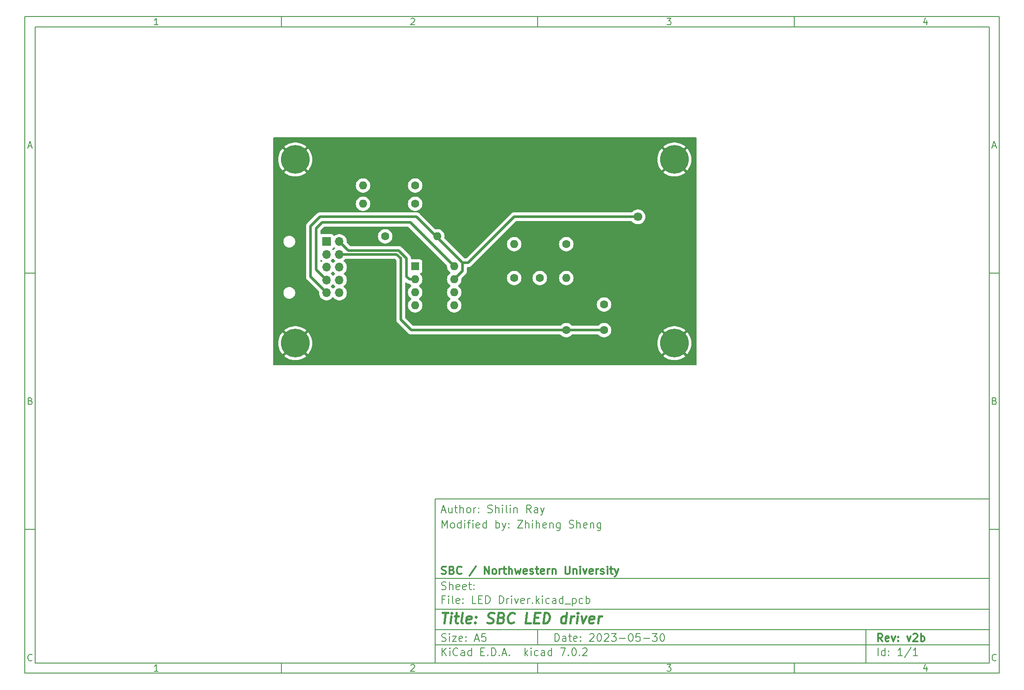
<source format=gbl>
%TF.GenerationSoftware,KiCad,Pcbnew,7.0.2*%
%TF.CreationDate,2023-05-31T10:27:28-05:00*%
%TF.ProjectId,LED Driver,4c454420-4472-4697-9665-722e6b696361,v2b*%
%TF.SameCoordinates,Original*%
%TF.FileFunction,Copper,L2,Bot*%
%TF.FilePolarity,Positive*%
%FSLAX46Y46*%
G04 Gerber Fmt 4.6, Leading zero omitted, Abs format (unit mm)*
G04 Created by KiCad (PCBNEW 7.0.2) date 2023-05-31 10:27:28*
%MOMM*%
%LPD*%
G01*
G04 APERTURE LIST*
%ADD10C,0.100000*%
%ADD11C,0.150000*%
%ADD12C,0.300000*%
%ADD13C,0.400000*%
%TA.AperFunction,ComponentPad*%
%ADD14R,1.700000X1.700000*%
%TD*%
%TA.AperFunction,ComponentPad*%
%ADD15O,1.700000X1.700000*%
%TD*%
%TA.AperFunction,ComponentPad*%
%ADD16C,1.600000*%
%TD*%
%TA.AperFunction,ComponentPad*%
%ADD17O,1.600000X1.600000*%
%TD*%
%TA.AperFunction,ComponentPad*%
%ADD18C,5.600000*%
%TD*%
%TA.AperFunction,ComponentPad*%
%ADD19R,1.600000X1.600000*%
%TD*%
%TA.AperFunction,ComponentPad*%
%ADD20C,1.700000*%
%TD*%
%TA.AperFunction,Conductor*%
%ADD21C,0.500000*%
%TD*%
G04 APERTURE END LIST*
D10*
D11*
X90007200Y-104005800D02*
X198007200Y-104005800D01*
X198007200Y-136005800D01*
X90007200Y-136005800D01*
X90007200Y-104005800D01*
D10*
D11*
X10000000Y-10000000D02*
X200007200Y-10000000D01*
X200007200Y-138005800D01*
X10000000Y-138005800D01*
X10000000Y-10000000D01*
D10*
D11*
X12000000Y-12000000D02*
X198007200Y-12000000D01*
X198007200Y-136005800D01*
X12000000Y-136005800D01*
X12000000Y-12000000D01*
D10*
D11*
X60000000Y-12000000D02*
X60000000Y-10000000D01*
D10*
D11*
X110000000Y-12000000D02*
X110000000Y-10000000D01*
D10*
D11*
X160000000Y-12000000D02*
X160000000Y-10000000D01*
D10*
D11*
X35990476Y-11601404D02*
X35247619Y-11601404D01*
X35619047Y-11601404D02*
X35619047Y-10301404D01*
X35619047Y-10301404D02*
X35495238Y-10487119D01*
X35495238Y-10487119D02*
X35371428Y-10610928D01*
X35371428Y-10610928D02*
X35247619Y-10672833D01*
D10*
D11*
X85247619Y-10425214D02*
X85309523Y-10363309D01*
X85309523Y-10363309D02*
X85433333Y-10301404D01*
X85433333Y-10301404D02*
X85742857Y-10301404D01*
X85742857Y-10301404D02*
X85866666Y-10363309D01*
X85866666Y-10363309D02*
X85928571Y-10425214D01*
X85928571Y-10425214D02*
X85990476Y-10549023D01*
X85990476Y-10549023D02*
X85990476Y-10672833D01*
X85990476Y-10672833D02*
X85928571Y-10858547D01*
X85928571Y-10858547D02*
X85185714Y-11601404D01*
X85185714Y-11601404D02*
X85990476Y-11601404D01*
D10*
D11*
X135185714Y-10301404D02*
X135990476Y-10301404D01*
X135990476Y-10301404D02*
X135557142Y-10796642D01*
X135557142Y-10796642D02*
X135742857Y-10796642D01*
X135742857Y-10796642D02*
X135866666Y-10858547D01*
X135866666Y-10858547D02*
X135928571Y-10920452D01*
X135928571Y-10920452D02*
X135990476Y-11044261D01*
X135990476Y-11044261D02*
X135990476Y-11353785D01*
X135990476Y-11353785D02*
X135928571Y-11477595D01*
X135928571Y-11477595D02*
X135866666Y-11539500D01*
X135866666Y-11539500D02*
X135742857Y-11601404D01*
X135742857Y-11601404D02*
X135371428Y-11601404D01*
X135371428Y-11601404D02*
X135247619Y-11539500D01*
X135247619Y-11539500D02*
X135185714Y-11477595D01*
D10*
D11*
X185866666Y-10734738D02*
X185866666Y-11601404D01*
X185557142Y-10239500D02*
X185247619Y-11168071D01*
X185247619Y-11168071D02*
X186052380Y-11168071D01*
D10*
D11*
X60000000Y-136005800D02*
X60000000Y-138005800D01*
D10*
D11*
X110000000Y-136005800D02*
X110000000Y-138005800D01*
D10*
D11*
X160000000Y-136005800D02*
X160000000Y-138005800D01*
D10*
D11*
X35990476Y-137607204D02*
X35247619Y-137607204D01*
X35619047Y-137607204D02*
X35619047Y-136307204D01*
X35619047Y-136307204D02*
X35495238Y-136492919D01*
X35495238Y-136492919D02*
X35371428Y-136616728D01*
X35371428Y-136616728D02*
X35247619Y-136678633D01*
D10*
D11*
X85247619Y-136431014D02*
X85309523Y-136369109D01*
X85309523Y-136369109D02*
X85433333Y-136307204D01*
X85433333Y-136307204D02*
X85742857Y-136307204D01*
X85742857Y-136307204D02*
X85866666Y-136369109D01*
X85866666Y-136369109D02*
X85928571Y-136431014D01*
X85928571Y-136431014D02*
X85990476Y-136554823D01*
X85990476Y-136554823D02*
X85990476Y-136678633D01*
X85990476Y-136678633D02*
X85928571Y-136864347D01*
X85928571Y-136864347D02*
X85185714Y-137607204D01*
X85185714Y-137607204D02*
X85990476Y-137607204D01*
D10*
D11*
X135185714Y-136307204D02*
X135990476Y-136307204D01*
X135990476Y-136307204D02*
X135557142Y-136802442D01*
X135557142Y-136802442D02*
X135742857Y-136802442D01*
X135742857Y-136802442D02*
X135866666Y-136864347D01*
X135866666Y-136864347D02*
X135928571Y-136926252D01*
X135928571Y-136926252D02*
X135990476Y-137050061D01*
X135990476Y-137050061D02*
X135990476Y-137359585D01*
X135990476Y-137359585D02*
X135928571Y-137483395D01*
X135928571Y-137483395D02*
X135866666Y-137545300D01*
X135866666Y-137545300D02*
X135742857Y-137607204D01*
X135742857Y-137607204D02*
X135371428Y-137607204D01*
X135371428Y-137607204D02*
X135247619Y-137545300D01*
X135247619Y-137545300D02*
X135185714Y-137483395D01*
D10*
D11*
X185866666Y-136740538D02*
X185866666Y-137607204D01*
X185557142Y-136245300D02*
X185247619Y-137173871D01*
X185247619Y-137173871D02*
X186052380Y-137173871D01*
D10*
D11*
X10000000Y-60000000D02*
X12000000Y-60000000D01*
D10*
D11*
X10000000Y-110000000D02*
X12000000Y-110000000D01*
D10*
D11*
X10690476Y-35229976D02*
X11309523Y-35229976D01*
X10566666Y-35601404D02*
X10999999Y-34301404D01*
X10999999Y-34301404D02*
X11433333Y-35601404D01*
D10*
D11*
X11092857Y-84920452D02*
X11278571Y-84982357D01*
X11278571Y-84982357D02*
X11340476Y-85044261D01*
X11340476Y-85044261D02*
X11402380Y-85168071D01*
X11402380Y-85168071D02*
X11402380Y-85353785D01*
X11402380Y-85353785D02*
X11340476Y-85477595D01*
X11340476Y-85477595D02*
X11278571Y-85539500D01*
X11278571Y-85539500D02*
X11154761Y-85601404D01*
X11154761Y-85601404D02*
X10659523Y-85601404D01*
X10659523Y-85601404D02*
X10659523Y-84301404D01*
X10659523Y-84301404D02*
X11092857Y-84301404D01*
X11092857Y-84301404D02*
X11216666Y-84363309D01*
X11216666Y-84363309D02*
X11278571Y-84425214D01*
X11278571Y-84425214D02*
X11340476Y-84549023D01*
X11340476Y-84549023D02*
X11340476Y-84672833D01*
X11340476Y-84672833D02*
X11278571Y-84796642D01*
X11278571Y-84796642D02*
X11216666Y-84858547D01*
X11216666Y-84858547D02*
X11092857Y-84920452D01*
X11092857Y-84920452D02*
X10659523Y-84920452D01*
D10*
D11*
X11402380Y-135477595D02*
X11340476Y-135539500D01*
X11340476Y-135539500D02*
X11154761Y-135601404D01*
X11154761Y-135601404D02*
X11030952Y-135601404D01*
X11030952Y-135601404D02*
X10845238Y-135539500D01*
X10845238Y-135539500D02*
X10721428Y-135415690D01*
X10721428Y-135415690D02*
X10659523Y-135291880D01*
X10659523Y-135291880D02*
X10597619Y-135044261D01*
X10597619Y-135044261D02*
X10597619Y-134858547D01*
X10597619Y-134858547D02*
X10659523Y-134610928D01*
X10659523Y-134610928D02*
X10721428Y-134487119D01*
X10721428Y-134487119D02*
X10845238Y-134363309D01*
X10845238Y-134363309D02*
X11030952Y-134301404D01*
X11030952Y-134301404D02*
X11154761Y-134301404D01*
X11154761Y-134301404D02*
X11340476Y-134363309D01*
X11340476Y-134363309D02*
X11402380Y-134425214D01*
D10*
D11*
X200007200Y-60000000D02*
X198007200Y-60000000D01*
D10*
D11*
X200007200Y-110000000D02*
X198007200Y-110000000D01*
D10*
D11*
X198697676Y-35229976D02*
X199316723Y-35229976D01*
X198573866Y-35601404D02*
X199007199Y-34301404D01*
X199007199Y-34301404D02*
X199440533Y-35601404D01*
D10*
D11*
X199100057Y-84920452D02*
X199285771Y-84982357D01*
X199285771Y-84982357D02*
X199347676Y-85044261D01*
X199347676Y-85044261D02*
X199409580Y-85168071D01*
X199409580Y-85168071D02*
X199409580Y-85353785D01*
X199409580Y-85353785D02*
X199347676Y-85477595D01*
X199347676Y-85477595D02*
X199285771Y-85539500D01*
X199285771Y-85539500D02*
X199161961Y-85601404D01*
X199161961Y-85601404D02*
X198666723Y-85601404D01*
X198666723Y-85601404D02*
X198666723Y-84301404D01*
X198666723Y-84301404D02*
X199100057Y-84301404D01*
X199100057Y-84301404D02*
X199223866Y-84363309D01*
X199223866Y-84363309D02*
X199285771Y-84425214D01*
X199285771Y-84425214D02*
X199347676Y-84549023D01*
X199347676Y-84549023D02*
X199347676Y-84672833D01*
X199347676Y-84672833D02*
X199285771Y-84796642D01*
X199285771Y-84796642D02*
X199223866Y-84858547D01*
X199223866Y-84858547D02*
X199100057Y-84920452D01*
X199100057Y-84920452D02*
X198666723Y-84920452D01*
D10*
D11*
X199409580Y-135477595D02*
X199347676Y-135539500D01*
X199347676Y-135539500D02*
X199161961Y-135601404D01*
X199161961Y-135601404D02*
X199038152Y-135601404D01*
X199038152Y-135601404D02*
X198852438Y-135539500D01*
X198852438Y-135539500D02*
X198728628Y-135415690D01*
X198728628Y-135415690D02*
X198666723Y-135291880D01*
X198666723Y-135291880D02*
X198604819Y-135044261D01*
X198604819Y-135044261D02*
X198604819Y-134858547D01*
X198604819Y-134858547D02*
X198666723Y-134610928D01*
X198666723Y-134610928D02*
X198728628Y-134487119D01*
X198728628Y-134487119D02*
X198852438Y-134363309D01*
X198852438Y-134363309D02*
X199038152Y-134301404D01*
X199038152Y-134301404D02*
X199161961Y-134301404D01*
X199161961Y-134301404D02*
X199347676Y-134363309D01*
X199347676Y-134363309D02*
X199409580Y-134425214D01*
D10*
D11*
X113364342Y-131799728D02*
X113364342Y-130299728D01*
X113364342Y-130299728D02*
X113721485Y-130299728D01*
X113721485Y-130299728D02*
X113935771Y-130371157D01*
X113935771Y-130371157D02*
X114078628Y-130514014D01*
X114078628Y-130514014D02*
X114150057Y-130656871D01*
X114150057Y-130656871D02*
X114221485Y-130942585D01*
X114221485Y-130942585D02*
X114221485Y-131156871D01*
X114221485Y-131156871D02*
X114150057Y-131442585D01*
X114150057Y-131442585D02*
X114078628Y-131585442D01*
X114078628Y-131585442D02*
X113935771Y-131728300D01*
X113935771Y-131728300D02*
X113721485Y-131799728D01*
X113721485Y-131799728D02*
X113364342Y-131799728D01*
X115507200Y-131799728D02*
X115507200Y-131014014D01*
X115507200Y-131014014D02*
X115435771Y-130871157D01*
X115435771Y-130871157D02*
X115292914Y-130799728D01*
X115292914Y-130799728D02*
X115007200Y-130799728D01*
X115007200Y-130799728D02*
X114864342Y-130871157D01*
X115507200Y-131728300D02*
X115364342Y-131799728D01*
X115364342Y-131799728D02*
X115007200Y-131799728D01*
X115007200Y-131799728D02*
X114864342Y-131728300D01*
X114864342Y-131728300D02*
X114792914Y-131585442D01*
X114792914Y-131585442D02*
X114792914Y-131442585D01*
X114792914Y-131442585D02*
X114864342Y-131299728D01*
X114864342Y-131299728D02*
X115007200Y-131228300D01*
X115007200Y-131228300D02*
X115364342Y-131228300D01*
X115364342Y-131228300D02*
X115507200Y-131156871D01*
X116007200Y-130799728D02*
X116578628Y-130799728D01*
X116221485Y-130299728D02*
X116221485Y-131585442D01*
X116221485Y-131585442D02*
X116292914Y-131728300D01*
X116292914Y-131728300D02*
X116435771Y-131799728D01*
X116435771Y-131799728D02*
X116578628Y-131799728D01*
X117650057Y-131728300D02*
X117507200Y-131799728D01*
X117507200Y-131799728D02*
X117221486Y-131799728D01*
X117221486Y-131799728D02*
X117078628Y-131728300D01*
X117078628Y-131728300D02*
X117007200Y-131585442D01*
X117007200Y-131585442D02*
X117007200Y-131014014D01*
X117007200Y-131014014D02*
X117078628Y-130871157D01*
X117078628Y-130871157D02*
X117221486Y-130799728D01*
X117221486Y-130799728D02*
X117507200Y-130799728D01*
X117507200Y-130799728D02*
X117650057Y-130871157D01*
X117650057Y-130871157D02*
X117721486Y-131014014D01*
X117721486Y-131014014D02*
X117721486Y-131156871D01*
X117721486Y-131156871D02*
X117007200Y-131299728D01*
X118364342Y-131656871D02*
X118435771Y-131728300D01*
X118435771Y-131728300D02*
X118364342Y-131799728D01*
X118364342Y-131799728D02*
X118292914Y-131728300D01*
X118292914Y-131728300D02*
X118364342Y-131656871D01*
X118364342Y-131656871D02*
X118364342Y-131799728D01*
X118364342Y-130871157D02*
X118435771Y-130942585D01*
X118435771Y-130942585D02*
X118364342Y-131014014D01*
X118364342Y-131014014D02*
X118292914Y-130942585D01*
X118292914Y-130942585D02*
X118364342Y-130871157D01*
X118364342Y-130871157D02*
X118364342Y-131014014D01*
X120150057Y-130442585D02*
X120221485Y-130371157D01*
X120221485Y-130371157D02*
X120364343Y-130299728D01*
X120364343Y-130299728D02*
X120721485Y-130299728D01*
X120721485Y-130299728D02*
X120864343Y-130371157D01*
X120864343Y-130371157D02*
X120935771Y-130442585D01*
X120935771Y-130442585D02*
X121007200Y-130585442D01*
X121007200Y-130585442D02*
X121007200Y-130728300D01*
X121007200Y-130728300D02*
X120935771Y-130942585D01*
X120935771Y-130942585D02*
X120078628Y-131799728D01*
X120078628Y-131799728D02*
X121007200Y-131799728D01*
X121935771Y-130299728D02*
X122078628Y-130299728D01*
X122078628Y-130299728D02*
X122221485Y-130371157D01*
X122221485Y-130371157D02*
X122292914Y-130442585D01*
X122292914Y-130442585D02*
X122364342Y-130585442D01*
X122364342Y-130585442D02*
X122435771Y-130871157D01*
X122435771Y-130871157D02*
X122435771Y-131228300D01*
X122435771Y-131228300D02*
X122364342Y-131514014D01*
X122364342Y-131514014D02*
X122292914Y-131656871D01*
X122292914Y-131656871D02*
X122221485Y-131728300D01*
X122221485Y-131728300D02*
X122078628Y-131799728D01*
X122078628Y-131799728D02*
X121935771Y-131799728D01*
X121935771Y-131799728D02*
X121792914Y-131728300D01*
X121792914Y-131728300D02*
X121721485Y-131656871D01*
X121721485Y-131656871D02*
X121650056Y-131514014D01*
X121650056Y-131514014D02*
X121578628Y-131228300D01*
X121578628Y-131228300D02*
X121578628Y-130871157D01*
X121578628Y-130871157D02*
X121650056Y-130585442D01*
X121650056Y-130585442D02*
X121721485Y-130442585D01*
X121721485Y-130442585D02*
X121792914Y-130371157D01*
X121792914Y-130371157D02*
X121935771Y-130299728D01*
X123007199Y-130442585D02*
X123078627Y-130371157D01*
X123078627Y-130371157D02*
X123221485Y-130299728D01*
X123221485Y-130299728D02*
X123578627Y-130299728D01*
X123578627Y-130299728D02*
X123721485Y-130371157D01*
X123721485Y-130371157D02*
X123792913Y-130442585D01*
X123792913Y-130442585D02*
X123864342Y-130585442D01*
X123864342Y-130585442D02*
X123864342Y-130728300D01*
X123864342Y-130728300D02*
X123792913Y-130942585D01*
X123792913Y-130942585D02*
X122935770Y-131799728D01*
X122935770Y-131799728D02*
X123864342Y-131799728D01*
X124364341Y-130299728D02*
X125292913Y-130299728D01*
X125292913Y-130299728D02*
X124792913Y-130871157D01*
X124792913Y-130871157D02*
X125007198Y-130871157D01*
X125007198Y-130871157D02*
X125150056Y-130942585D01*
X125150056Y-130942585D02*
X125221484Y-131014014D01*
X125221484Y-131014014D02*
X125292913Y-131156871D01*
X125292913Y-131156871D02*
X125292913Y-131514014D01*
X125292913Y-131514014D02*
X125221484Y-131656871D01*
X125221484Y-131656871D02*
X125150056Y-131728300D01*
X125150056Y-131728300D02*
X125007198Y-131799728D01*
X125007198Y-131799728D02*
X124578627Y-131799728D01*
X124578627Y-131799728D02*
X124435770Y-131728300D01*
X124435770Y-131728300D02*
X124364341Y-131656871D01*
X125935769Y-131228300D02*
X127078627Y-131228300D01*
X128078627Y-130299728D02*
X128221484Y-130299728D01*
X128221484Y-130299728D02*
X128364341Y-130371157D01*
X128364341Y-130371157D02*
X128435770Y-130442585D01*
X128435770Y-130442585D02*
X128507198Y-130585442D01*
X128507198Y-130585442D02*
X128578627Y-130871157D01*
X128578627Y-130871157D02*
X128578627Y-131228300D01*
X128578627Y-131228300D02*
X128507198Y-131514014D01*
X128507198Y-131514014D02*
X128435770Y-131656871D01*
X128435770Y-131656871D02*
X128364341Y-131728300D01*
X128364341Y-131728300D02*
X128221484Y-131799728D01*
X128221484Y-131799728D02*
X128078627Y-131799728D01*
X128078627Y-131799728D02*
X127935770Y-131728300D01*
X127935770Y-131728300D02*
X127864341Y-131656871D01*
X127864341Y-131656871D02*
X127792912Y-131514014D01*
X127792912Y-131514014D02*
X127721484Y-131228300D01*
X127721484Y-131228300D02*
X127721484Y-130871157D01*
X127721484Y-130871157D02*
X127792912Y-130585442D01*
X127792912Y-130585442D02*
X127864341Y-130442585D01*
X127864341Y-130442585D02*
X127935770Y-130371157D01*
X127935770Y-130371157D02*
X128078627Y-130299728D01*
X129935769Y-130299728D02*
X129221483Y-130299728D01*
X129221483Y-130299728D02*
X129150055Y-131014014D01*
X129150055Y-131014014D02*
X129221483Y-130942585D01*
X129221483Y-130942585D02*
X129364341Y-130871157D01*
X129364341Y-130871157D02*
X129721483Y-130871157D01*
X129721483Y-130871157D02*
X129864341Y-130942585D01*
X129864341Y-130942585D02*
X129935769Y-131014014D01*
X129935769Y-131014014D02*
X130007198Y-131156871D01*
X130007198Y-131156871D02*
X130007198Y-131514014D01*
X130007198Y-131514014D02*
X129935769Y-131656871D01*
X129935769Y-131656871D02*
X129864341Y-131728300D01*
X129864341Y-131728300D02*
X129721483Y-131799728D01*
X129721483Y-131799728D02*
X129364341Y-131799728D01*
X129364341Y-131799728D02*
X129221483Y-131728300D01*
X129221483Y-131728300D02*
X129150055Y-131656871D01*
X130650054Y-131228300D02*
X131792912Y-131228300D01*
X132364340Y-130299728D02*
X133292912Y-130299728D01*
X133292912Y-130299728D02*
X132792912Y-130871157D01*
X132792912Y-130871157D02*
X133007197Y-130871157D01*
X133007197Y-130871157D02*
X133150055Y-130942585D01*
X133150055Y-130942585D02*
X133221483Y-131014014D01*
X133221483Y-131014014D02*
X133292912Y-131156871D01*
X133292912Y-131156871D02*
X133292912Y-131514014D01*
X133292912Y-131514014D02*
X133221483Y-131656871D01*
X133221483Y-131656871D02*
X133150055Y-131728300D01*
X133150055Y-131728300D02*
X133007197Y-131799728D01*
X133007197Y-131799728D02*
X132578626Y-131799728D01*
X132578626Y-131799728D02*
X132435769Y-131728300D01*
X132435769Y-131728300D02*
X132364340Y-131656871D01*
X134221483Y-130299728D02*
X134364340Y-130299728D01*
X134364340Y-130299728D02*
X134507197Y-130371157D01*
X134507197Y-130371157D02*
X134578626Y-130442585D01*
X134578626Y-130442585D02*
X134650054Y-130585442D01*
X134650054Y-130585442D02*
X134721483Y-130871157D01*
X134721483Y-130871157D02*
X134721483Y-131228300D01*
X134721483Y-131228300D02*
X134650054Y-131514014D01*
X134650054Y-131514014D02*
X134578626Y-131656871D01*
X134578626Y-131656871D02*
X134507197Y-131728300D01*
X134507197Y-131728300D02*
X134364340Y-131799728D01*
X134364340Y-131799728D02*
X134221483Y-131799728D01*
X134221483Y-131799728D02*
X134078626Y-131728300D01*
X134078626Y-131728300D02*
X134007197Y-131656871D01*
X134007197Y-131656871D02*
X133935768Y-131514014D01*
X133935768Y-131514014D02*
X133864340Y-131228300D01*
X133864340Y-131228300D02*
X133864340Y-130871157D01*
X133864340Y-130871157D02*
X133935768Y-130585442D01*
X133935768Y-130585442D02*
X134007197Y-130442585D01*
X134007197Y-130442585D02*
X134078626Y-130371157D01*
X134078626Y-130371157D02*
X134221483Y-130299728D01*
D10*
D11*
X90007200Y-132505800D02*
X198007200Y-132505800D01*
D10*
D11*
X91364342Y-134599728D02*
X91364342Y-133099728D01*
X92221485Y-134599728D02*
X91578628Y-133742585D01*
X92221485Y-133099728D02*
X91364342Y-133956871D01*
X92864342Y-134599728D02*
X92864342Y-133599728D01*
X92864342Y-133099728D02*
X92792914Y-133171157D01*
X92792914Y-133171157D02*
X92864342Y-133242585D01*
X92864342Y-133242585D02*
X92935771Y-133171157D01*
X92935771Y-133171157D02*
X92864342Y-133099728D01*
X92864342Y-133099728D02*
X92864342Y-133242585D01*
X94435771Y-134456871D02*
X94364343Y-134528300D01*
X94364343Y-134528300D02*
X94150057Y-134599728D01*
X94150057Y-134599728D02*
X94007200Y-134599728D01*
X94007200Y-134599728D02*
X93792914Y-134528300D01*
X93792914Y-134528300D02*
X93650057Y-134385442D01*
X93650057Y-134385442D02*
X93578628Y-134242585D01*
X93578628Y-134242585D02*
X93507200Y-133956871D01*
X93507200Y-133956871D02*
X93507200Y-133742585D01*
X93507200Y-133742585D02*
X93578628Y-133456871D01*
X93578628Y-133456871D02*
X93650057Y-133314014D01*
X93650057Y-133314014D02*
X93792914Y-133171157D01*
X93792914Y-133171157D02*
X94007200Y-133099728D01*
X94007200Y-133099728D02*
X94150057Y-133099728D01*
X94150057Y-133099728D02*
X94364343Y-133171157D01*
X94364343Y-133171157D02*
X94435771Y-133242585D01*
X95721486Y-134599728D02*
X95721486Y-133814014D01*
X95721486Y-133814014D02*
X95650057Y-133671157D01*
X95650057Y-133671157D02*
X95507200Y-133599728D01*
X95507200Y-133599728D02*
X95221486Y-133599728D01*
X95221486Y-133599728D02*
X95078628Y-133671157D01*
X95721486Y-134528300D02*
X95578628Y-134599728D01*
X95578628Y-134599728D02*
X95221486Y-134599728D01*
X95221486Y-134599728D02*
X95078628Y-134528300D01*
X95078628Y-134528300D02*
X95007200Y-134385442D01*
X95007200Y-134385442D02*
X95007200Y-134242585D01*
X95007200Y-134242585D02*
X95078628Y-134099728D01*
X95078628Y-134099728D02*
X95221486Y-134028300D01*
X95221486Y-134028300D02*
X95578628Y-134028300D01*
X95578628Y-134028300D02*
X95721486Y-133956871D01*
X97078629Y-134599728D02*
X97078629Y-133099728D01*
X97078629Y-134528300D02*
X96935771Y-134599728D01*
X96935771Y-134599728D02*
X96650057Y-134599728D01*
X96650057Y-134599728D02*
X96507200Y-134528300D01*
X96507200Y-134528300D02*
X96435771Y-134456871D01*
X96435771Y-134456871D02*
X96364343Y-134314014D01*
X96364343Y-134314014D02*
X96364343Y-133885442D01*
X96364343Y-133885442D02*
X96435771Y-133742585D01*
X96435771Y-133742585D02*
X96507200Y-133671157D01*
X96507200Y-133671157D02*
X96650057Y-133599728D01*
X96650057Y-133599728D02*
X96935771Y-133599728D01*
X96935771Y-133599728D02*
X97078629Y-133671157D01*
X98935771Y-133814014D02*
X99435771Y-133814014D01*
X99650057Y-134599728D02*
X98935771Y-134599728D01*
X98935771Y-134599728D02*
X98935771Y-133099728D01*
X98935771Y-133099728D02*
X99650057Y-133099728D01*
X100292914Y-134456871D02*
X100364343Y-134528300D01*
X100364343Y-134528300D02*
X100292914Y-134599728D01*
X100292914Y-134599728D02*
X100221486Y-134528300D01*
X100221486Y-134528300D02*
X100292914Y-134456871D01*
X100292914Y-134456871D02*
X100292914Y-134599728D01*
X101007200Y-134599728D02*
X101007200Y-133099728D01*
X101007200Y-133099728D02*
X101364343Y-133099728D01*
X101364343Y-133099728D02*
X101578629Y-133171157D01*
X101578629Y-133171157D02*
X101721486Y-133314014D01*
X101721486Y-133314014D02*
X101792915Y-133456871D01*
X101792915Y-133456871D02*
X101864343Y-133742585D01*
X101864343Y-133742585D02*
X101864343Y-133956871D01*
X101864343Y-133956871D02*
X101792915Y-134242585D01*
X101792915Y-134242585D02*
X101721486Y-134385442D01*
X101721486Y-134385442D02*
X101578629Y-134528300D01*
X101578629Y-134528300D02*
X101364343Y-134599728D01*
X101364343Y-134599728D02*
X101007200Y-134599728D01*
X102507200Y-134456871D02*
X102578629Y-134528300D01*
X102578629Y-134528300D02*
X102507200Y-134599728D01*
X102507200Y-134599728D02*
X102435772Y-134528300D01*
X102435772Y-134528300D02*
X102507200Y-134456871D01*
X102507200Y-134456871D02*
X102507200Y-134599728D01*
X103150058Y-134171157D02*
X103864344Y-134171157D01*
X103007201Y-134599728D02*
X103507201Y-133099728D01*
X103507201Y-133099728D02*
X104007201Y-134599728D01*
X104507200Y-134456871D02*
X104578629Y-134528300D01*
X104578629Y-134528300D02*
X104507200Y-134599728D01*
X104507200Y-134599728D02*
X104435772Y-134528300D01*
X104435772Y-134528300D02*
X104507200Y-134456871D01*
X104507200Y-134456871D02*
X104507200Y-134599728D01*
X107507200Y-134599728D02*
X107507200Y-133099728D01*
X107650058Y-134028300D02*
X108078629Y-134599728D01*
X108078629Y-133599728D02*
X107507200Y-134171157D01*
X108721486Y-134599728D02*
X108721486Y-133599728D01*
X108721486Y-133099728D02*
X108650058Y-133171157D01*
X108650058Y-133171157D02*
X108721486Y-133242585D01*
X108721486Y-133242585D02*
X108792915Y-133171157D01*
X108792915Y-133171157D02*
X108721486Y-133099728D01*
X108721486Y-133099728D02*
X108721486Y-133242585D01*
X110078630Y-134528300D02*
X109935772Y-134599728D01*
X109935772Y-134599728D02*
X109650058Y-134599728D01*
X109650058Y-134599728D02*
X109507201Y-134528300D01*
X109507201Y-134528300D02*
X109435772Y-134456871D01*
X109435772Y-134456871D02*
X109364344Y-134314014D01*
X109364344Y-134314014D02*
X109364344Y-133885442D01*
X109364344Y-133885442D02*
X109435772Y-133742585D01*
X109435772Y-133742585D02*
X109507201Y-133671157D01*
X109507201Y-133671157D02*
X109650058Y-133599728D01*
X109650058Y-133599728D02*
X109935772Y-133599728D01*
X109935772Y-133599728D02*
X110078630Y-133671157D01*
X111364344Y-134599728D02*
X111364344Y-133814014D01*
X111364344Y-133814014D02*
X111292915Y-133671157D01*
X111292915Y-133671157D02*
X111150058Y-133599728D01*
X111150058Y-133599728D02*
X110864344Y-133599728D01*
X110864344Y-133599728D02*
X110721486Y-133671157D01*
X111364344Y-134528300D02*
X111221486Y-134599728D01*
X111221486Y-134599728D02*
X110864344Y-134599728D01*
X110864344Y-134599728D02*
X110721486Y-134528300D01*
X110721486Y-134528300D02*
X110650058Y-134385442D01*
X110650058Y-134385442D02*
X110650058Y-134242585D01*
X110650058Y-134242585D02*
X110721486Y-134099728D01*
X110721486Y-134099728D02*
X110864344Y-134028300D01*
X110864344Y-134028300D02*
X111221486Y-134028300D01*
X111221486Y-134028300D02*
X111364344Y-133956871D01*
X112721487Y-134599728D02*
X112721487Y-133099728D01*
X112721487Y-134528300D02*
X112578629Y-134599728D01*
X112578629Y-134599728D02*
X112292915Y-134599728D01*
X112292915Y-134599728D02*
X112150058Y-134528300D01*
X112150058Y-134528300D02*
X112078629Y-134456871D01*
X112078629Y-134456871D02*
X112007201Y-134314014D01*
X112007201Y-134314014D02*
X112007201Y-133885442D01*
X112007201Y-133885442D02*
X112078629Y-133742585D01*
X112078629Y-133742585D02*
X112150058Y-133671157D01*
X112150058Y-133671157D02*
X112292915Y-133599728D01*
X112292915Y-133599728D02*
X112578629Y-133599728D01*
X112578629Y-133599728D02*
X112721487Y-133671157D01*
X114435772Y-133099728D02*
X115435772Y-133099728D01*
X115435772Y-133099728D02*
X114792915Y-134599728D01*
X116007200Y-134456871D02*
X116078629Y-134528300D01*
X116078629Y-134528300D02*
X116007200Y-134599728D01*
X116007200Y-134599728D02*
X115935772Y-134528300D01*
X115935772Y-134528300D02*
X116007200Y-134456871D01*
X116007200Y-134456871D02*
X116007200Y-134599728D01*
X117007201Y-133099728D02*
X117150058Y-133099728D01*
X117150058Y-133099728D02*
X117292915Y-133171157D01*
X117292915Y-133171157D02*
X117364344Y-133242585D01*
X117364344Y-133242585D02*
X117435772Y-133385442D01*
X117435772Y-133385442D02*
X117507201Y-133671157D01*
X117507201Y-133671157D02*
X117507201Y-134028300D01*
X117507201Y-134028300D02*
X117435772Y-134314014D01*
X117435772Y-134314014D02*
X117364344Y-134456871D01*
X117364344Y-134456871D02*
X117292915Y-134528300D01*
X117292915Y-134528300D02*
X117150058Y-134599728D01*
X117150058Y-134599728D02*
X117007201Y-134599728D01*
X117007201Y-134599728D02*
X116864344Y-134528300D01*
X116864344Y-134528300D02*
X116792915Y-134456871D01*
X116792915Y-134456871D02*
X116721486Y-134314014D01*
X116721486Y-134314014D02*
X116650058Y-134028300D01*
X116650058Y-134028300D02*
X116650058Y-133671157D01*
X116650058Y-133671157D02*
X116721486Y-133385442D01*
X116721486Y-133385442D02*
X116792915Y-133242585D01*
X116792915Y-133242585D02*
X116864344Y-133171157D01*
X116864344Y-133171157D02*
X117007201Y-133099728D01*
X118150057Y-134456871D02*
X118221486Y-134528300D01*
X118221486Y-134528300D02*
X118150057Y-134599728D01*
X118150057Y-134599728D02*
X118078629Y-134528300D01*
X118078629Y-134528300D02*
X118150057Y-134456871D01*
X118150057Y-134456871D02*
X118150057Y-134599728D01*
X118792915Y-133242585D02*
X118864343Y-133171157D01*
X118864343Y-133171157D02*
X119007201Y-133099728D01*
X119007201Y-133099728D02*
X119364343Y-133099728D01*
X119364343Y-133099728D02*
X119507201Y-133171157D01*
X119507201Y-133171157D02*
X119578629Y-133242585D01*
X119578629Y-133242585D02*
X119650058Y-133385442D01*
X119650058Y-133385442D02*
X119650058Y-133528300D01*
X119650058Y-133528300D02*
X119578629Y-133742585D01*
X119578629Y-133742585D02*
X118721486Y-134599728D01*
X118721486Y-134599728D02*
X119650058Y-134599728D01*
D10*
D11*
X90007200Y-129505800D02*
X198007200Y-129505800D01*
D10*
D12*
X177221485Y-131799728D02*
X176721485Y-131085442D01*
X176364342Y-131799728D02*
X176364342Y-130299728D01*
X176364342Y-130299728D02*
X176935771Y-130299728D01*
X176935771Y-130299728D02*
X177078628Y-130371157D01*
X177078628Y-130371157D02*
X177150057Y-130442585D01*
X177150057Y-130442585D02*
X177221485Y-130585442D01*
X177221485Y-130585442D02*
X177221485Y-130799728D01*
X177221485Y-130799728D02*
X177150057Y-130942585D01*
X177150057Y-130942585D02*
X177078628Y-131014014D01*
X177078628Y-131014014D02*
X176935771Y-131085442D01*
X176935771Y-131085442D02*
X176364342Y-131085442D01*
X178435771Y-131728300D02*
X178292914Y-131799728D01*
X178292914Y-131799728D02*
X178007200Y-131799728D01*
X178007200Y-131799728D02*
X177864342Y-131728300D01*
X177864342Y-131728300D02*
X177792914Y-131585442D01*
X177792914Y-131585442D02*
X177792914Y-131014014D01*
X177792914Y-131014014D02*
X177864342Y-130871157D01*
X177864342Y-130871157D02*
X178007200Y-130799728D01*
X178007200Y-130799728D02*
X178292914Y-130799728D01*
X178292914Y-130799728D02*
X178435771Y-130871157D01*
X178435771Y-130871157D02*
X178507200Y-131014014D01*
X178507200Y-131014014D02*
X178507200Y-131156871D01*
X178507200Y-131156871D02*
X177792914Y-131299728D01*
X179007199Y-130799728D02*
X179364342Y-131799728D01*
X179364342Y-131799728D02*
X179721485Y-130799728D01*
X180292913Y-131656871D02*
X180364342Y-131728300D01*
X180364342Y-131728300D02*
X180292913Y-131799728D01*
X180292913Y-131799728D02*
X180221485Y-131728300D01*
X180221485Y-131728300D02*
X180292913Y-131656871D01*
X180292913Y-131656871D02*
X180292913Y-131799728D01*
X180292913Y-130871157D02*
X180364342Y-130942585D01*
X180364342Y-130942585D02*
X180292913Y-131014014D01*
X180292913Y-131014014D02*
X180221485Y-130942585D01*
X180221485Y-130942585D02*
X180292913Y-130871157D01*
X180292913Y-130871157D02*
X180292913Y-131014014D01*
X182007199Y-130799728D02*
X182364342Y-131799728D01*
X182364342Y-131799728D02*
X182721485Y-130799728D01*
X183221485Y-130442585D02*
X183292913Y-130371157D01*
X183292913Y-130371157D02*
X183435771Y-130299728D01*
X183435771Y-130299728D02*
X183792913Y-130299728D01*
X183792913Y-130299728D02*
X183935771Y-130371157D01*
X183935771Y-130371157D02*
X184007199Y-130442585D01*
X184007199Y-130442585D02*
X184078628Y-130585442D01*
X184078628Y-130585442D02*
X184078628Y-130728300D01*
X184078628Y-130728300D02*
X184007199Y-130942585D01*
X184007199Y-130942585D02*
X183150056Y-131799728D01*
X183150056Y-131799728D02*
X184078628Y-131799728D01*
X184721484Y-131799728D02*
X184721484Y-130299728D01*
X184721484Y-130871157D02*
X184864342Y-130799728D01*
X184864342Y-130799728D02*
X185150056Y-130799728D01*
X185150056Y-130799728D02*
X185292913Y-130871157D01*
X185292913Y-130871157D02*
X185364342Y-130942585D01*
X185364342Y-130942585D02*
X185435770Y-131085442D01*
X185435770Y-131085442D02*
X185435770Y-131514014D01*
X185435770Y-131514014D02*
X185364342Y-131656871D01*
X185364342Y-131656871D02*
X185292913Y-131728300D01*
X185292913Y-131728300D02*
X185150056Y-131799728D01*
X185150056Y-131799728D02*
X184864342Y-131799728D01*
X184864342Y-131799728D02*
X184721484Y-131728300D01*
D10*
D11*
X91292914Y-131728300D02*
X91507200Y-131799728D01*
X91507200Y-131799728D02*
X91864342Y-131799728D01*
X91864342Y-131799728D02*
X92007200Y-131728300D01*
X92007200Y-131728300D02*
X92078628Y-131656871D01*
X92078628Y-131656871D02*
X92150057Y-131514014D01*
X92150057Y-131514014D02*
X92150057Y-131371157D01*
X92150057Y-131371157D02*
X92078628Y-131228300D01*
X92078628Y-131228300D02*
X92007200Y-131156871D01*
X92007200Y-131156871D02*
X91864342Y-131085442D01*
X91864342Y-131085442D02*
X91578628Y-131014014D01*
X91578628Y-131014014D02*
X91435771Y-130942585D01*
X91435771Y-130942585D02*
X91364342Y-130871157D01*
X91364342Y-130871157D02*
X91292914Y-130728300D01*
X91292914Y-130728300D02*
X91292914Y-130585442D01*
X91292914Y-130585442D02*
X91364342Y-130442585D01*
X91364342Y-130442585D02*
X91435771Y-130371157D01*
X91435771Y-130371157D02*
X91578628Y-130299728D01*
X91578628Y-130299728D02*
X91935771Y-130299728D01*
X91935771Y-130299728D02*
X92150057Y-130371157D01*
X92792913Y-131799728D02*
X92792913Y-130799728D01*
X92792913Y-130299728D02*
X92721485Y-130371157D01*
X92721485Y-130371157D02*
X92792913Y-130442585D01*
X92792913Y-130442585D02*
X92864342Y-130371157D01*
X92864342Y-130371157D02*
X92792913Y-130299728D01*
X92792913Y-130299728D02*
X92792913Y-130442585D01*
X93364342Y-130799728D02*
X94150057Y-130799728D01*
X94150057Y-130799728D02*
X93364342Y-131799728D01*
X93364342Y-131799728D02*
X94150057Y-131799728D01*
X95292914Y-131728300D02*
X95150057Y-131799728D01*
X95150057Y-131799728D02*
X94864343Y-131799728D01*
X94864343Y-131799728D02*
X94721485Y-131728300D01*
X94721485Y-131728300D02*
X94650057Y-131585442D01*
X94650057Y-131585442D02*
X94650057Y-131014014D01*
X94650057Y-131014014D02*
X94721485Y-130871157D01*
X94721485Y-130871157D02*
X94864343Y-130799728D01*
X94864343Y-130799728D02*
X95150057Y-130799728D01*
X95150057Y-130799728D02*
X95292914Y-130871157D01*
X95292914Y-130871157D02*
X95364343Y-131014014D01*
X95364343Y-131014014D02*
X95364343Y-131156871D01*
X95364343Y-131156871D02*
X94650057Y-131299728D01*
X96007199Y-131656871D02*
X96078628Y-131728300D01*
X96078628Y-131728300D02*
X96007199Y-131799728D01*
X96007199Y-131799728D02*
X95935771Y-131728300D01*
X95935771Y-131728300D02*
X96007199Y-131656871D01*
X96007199Y-131656871D02*
X96007199Y-131799728D01*
X96007199Y-130871157D02*
X96078628Y-130942585D01*
X96078628Y-130942585D02*
X96007199Y-131014014D01*
X96007199Y-131014014D02*
X95935771Y-130942585D01*
X95935771Y-130942585D02*
X96007199Y-130871157D01*
X96007199Y-130871157D02*
X96007199Y-131014014D01*
X97792914Y-131371157D02*
X98507200Y-131371157D01*
X97650057Y-131799728D02*
X98150057Y-130299728D01*
X98150057Y-130299728D02*
X98650057Y-131799728D01*
X99864342Y-130299728D02*
X99150056Y-130299728D01*
X99150056Y-130299728D02*
X99078628Y-131014014D01*
X99078628Y-131014014D02*
X99150056Y-130942585D01*
X99150056Y-130942585D02*
X99292914Y-130871157D01*
X99292914Y-130871157D02*
X99650056Y-130871157D01*
X99650056Y-130871157D02*
X99792914Y-130942585D01*
X99792914Y-130942585D02*
X99864342Y-131014014D01*
X99864342Y-131014014D02*
X99935771Y-131156871D01*
X99935771Y-131156871D02*
X99935771Y-131514014D01*
X99935771Y-131514014D02*
X99864342Y-131656871D01*
X99864342Y-131656871D02*
X99792914Y-131728300D01*
X99792914Y-131728300D02*
X99650056Y-131799728D01*
X99650056Y-131799728D02*
X99292914Y-131799728D01*
X99292914Y-131799728D02*
X99150056Y-131728300D01*
X99150056Y-131728300D02*
X99078628Y-131656871D01*
D10*
D11*
X176364342Y-134599728D02*
X176364342Y-133099728D01*
X177721486Y-134599728D02*
X177721486Y-133099728D01*
X177721486Y-134528300D02*
X177578628Y-134599728D01*
X177578628Y-134599728D02*
X177292914Y-134599728D01*
X177292914Y-134599728D02*
X177150057Y-134528300D01*
X177150057Y-134528300D02*
X177078628Y-134456871D01*
X177078628Y-134456871D02*
X177007200Y-134314014D01*
X177007200Y-134314014D02*
X177007200Y-133885442D01*
X177007200Y-133885442D02*
X177078628Y-133742585D01*
X177078628Y-133742585D02*
X177150057Y-133671157D01*
X177150057Y-133671157D02*
X177292914Y-133599728D01*
X177292914Y-133599728D02*
X177578628Y-133599728D01*
X177578628Y-133599728D02*
X177721486Y-133671157D01*
X178435771Y-134456871D02*
X178507200Y-134528300D01*
X178507200Y-134528300D02*
X178435771Y-134599728D01*
X178435771Y-134599728D02*
X178364343Y-134528300D01*
X178364343Y-134528300D02*
X178435771Y-134456871D01*
X178435771Y-134456871D02*
X178435771Y-134599728D01*
X178435771Y-133671157D02*
X178507200Y-133742585D01*
X178507200Y-133742585D02*
X178435771Y-133814014D01*
X178435771Y-133814014D02*
X178364343Y-133742585D01*
X178364343Y-133742585D02*
X178435771Y-133671157D01*
X178435771Y-133671157D02*
X178435771Y-133814014D01*
X181078629Y-134599728D02*
X180221486Y-134599728D01*
X180650057Y-134599728D02*
X180650057Y-133099728D01*
X180650057Y-133099728D02*
X180507200Y-133314014D01*
X180507200Y-133314014D02*
X180364343Y-133456871D01*
X180364343Y-133456871D02*
X180221486Y-133528300D01*
X182792914Y-133028300D02*
X181507200Y-134956871D01*
X184078629Y-134599728D02*
X183221486Y-134599728D01*
X183650057Y-134599728D02*
X183650057Y-133099728D01*
X183650057Y-133099728D02*
X183507200Y-133314014D01*
X183507200Y-133314014D02*
X183364343Y-133456871D01*
X183364343Y-133456871D02*
X183221486Y-133528300D01*
D10*
D11*
X90007200Y-125505800D02*
X198007200Y-125505800D01*
D10*
D13*
X91435771Y-126231038D02*
X92578628Y-126231038D01*
X91757200Y-128231038D02*
X92007200Y-126231038D01*
X92983390Y-128231038D02*
X93150057Y-126897704D01*
X93233390Y-126231038D02*
X93126247Y-126326276D01*
X93126247Y-126326276D02*
X93209581Y-126421514D01*
X93209581Y-126421514D02*
X93316724Y-126326276D01*
X93316724Y-126326276D02*
X93233390Y-126231038D01*
X93233390Y-126231038D02*
X93209581Y-126421514D01*
X93804819Y-126897704D02*
X94566723Y-126897704D01*
X94173866Y-126231038D02*
X93959581Y-127945323D01*
X93959581Y-127945323D02*
X94031009Y-128135800D01*
X94031009Y-128135800D02*
X94209581Y-128231038D01*
X94209581Y-128231038D02*
X94400057Y-128231038D01*
X95340533Y-128231038D02*
X95161961Y-128135800D01*
X95161961Y-128135800D02*
X95090533Y-127945323D01*
X95090533Y-127945323D02*
X95304818Y-126231038D01*
X96864342Y-128135800D02*
X96661961Y-128231038D01*
X96661961Y-128231038D02*
X96281008Y-128231038D01*
X96281008Y-128231038D02*
X96102437Y-128135800D01*
X96102437Y-128135800D02*
X96031008Y-127945323D01*
X96031008Y-127945323D02*
X96126247Y-127183419D01*
X96126247Y-127183419D02*
X96245294Y-126992942D01*
X96245294Y-126992942D02*
X96447675Y-126897704D01*
X96447675Y-126897704D02*
X96828627Y-126897704D01*
X96828627Y-126897704D02*
X97007199Y-126992942D01*
X97007199Y-126992942D02*
X97078627Y-127183419D01*
X97078627Y-127183419D02*
X97054818Y-127373895D01*
X97054818Y-127373895D02*
X96078627Y-127564371D01*
X97816723Y-128040561D02*
X97900056Y-128135800D01*
X97900056Y-128135800D02*
X97792913Y-128231038D01*
X97792913Y-128231038D02*
X97709580Y-128135800D01*
X97709580Y-128135800D02*
X97816723Y-128040561D01*
X97816723Y-128040561D02*
X97792913Y-128231038D01*
X97947675Y-126992942D02*
X98031008Y-127088180D01*
X98031008Y-127088180D02*
X97923866Y-127183419D01*
X97923866Y-127183419D02*
X97840532Y-127088180D01*
X97840532Y-127088180D02*
X97947675Y-126992942D01*
X97947675Y-126992942D02*
X97923866Y-127183419D01*
X100173866Y-128135800D02*
X100447675Y-128231038D01*
X100447675Y-128231038D02*
X100923866Y-128231038D01*
X100923866Y-128231038D02*
X101126247Y-128135800D01*
X101126247Y-128135800D02*
X101233390Y-128040561D01*
X101233390Y-128040561D02*
X101352437Y-127850085D01*
X101352437Y-127850085D02*
X101376247Y-127659609D01*
X101376247Y-127659609D02*
X101304818Y-127469133D01*
X101304818Y-127469133D02*
X101221485Y-127373895D01*
X101221485Y-127373895D02*
X101042914Y-127278657D01*
X101042914Y-127278657D02*
X100673866Y-127183419D01*
X100673866Y-127183419D02*
X100495294Y-127088180D01*
X100495294Y-127088180D02*
X100411961Y-126992942D01*
X100411961Y-126992942D02*
X100340533Y-126802466D01*
X100340533Y-126802466D02*
X100364342Y-126611990D01*
X100364342Y-126611990D02*
X100483390Y-126421514D01*
X100483390Y-126421514D02*
X100590533Y-126326276D01*
X100590533Y-126326276D02*
X100792914Y-126231038D01*
X100792914Y-126231038D02*
X101269104Y-126231038D01*
X101269104Y-126231038D02*
X101542914Y-126326276D01*
X102947675Y-127183419D02*
X103221485Y-127278657D01*
X103221485Y-127278657D02*
X103304818Y-127373895D01*
X103304818Y-127373895D02*
X103376247Y-127564371D01*
X103376247Y-127564371D02*
X103340532Y-127850085D01*
X103340532Y-127850085D02*
X103221485Y-128040561D01*
X103221485Y-128040561D02*
X103114342Y-128135800D01*
X103114342Y-128135800D02*
X102911961Y-128231038D01*
X102911961Y-128231038D02*
X102150056Y-128231038D01*
X102150056Y-128231038D02*
X102400056Y-126231038D01*
X102400056Y-126231038D02*
X103066723Y-126231038D01*
X103066723Y-126231038D02*
X103245294Y-126326276D01*
X103245294Y-126326276D02*
X103328628Y-126421514D01*
X103328628Y-126421514D02*
X103400056Y-126611990D01*
X103400056Y-126611990D02*
X103376247Y-126802466D01*
X103376247Y-126802466D02*
X103257199Y-126992942D01*
X103257199Y-126992942D02*
X103150056Y-127088180D01*
X103150056Y-127088180D02*
X102947675Y-127183419D01*
X102947675Y-127183419D02*
X102281009Y-127183419D01*
X105304818Y-128040561D02*
X105197675Y-128135800D01*
X105197675Y-128135800D02*
X104900056Y-128231038D01*
X104900056Y-128231038D02*
X104709580Y-128231038D01*
X104709580Y-128231038D02*
X104435770Y-128135800D01*
X104435770Y-128135800D02*
X104269104Y-127945323D01*
X104269104Y-127945323D02*
X104197675Y-127754847D01*
X104197675Y-127754847D02*
X104150056Y-127373895D01*
X104150056Y-127373895D02*
X104185770Y-127088180D01*
X104185770Y-127088180D02*
X104328627Y-126707228D01*
X104328627Y-126707228D02*
X104447675Y-126516752D01*
X104447675Y-126516752D02*
X104661961Y-126326276D01*
X104661961Y-126326276D02*
X104959580Y-126231038D01*
X104959580Y-126231038D02*
X105150056Y-126231038D01*
X105150056Y-126231038D02*
X105423866Y-126326276D01*
X105423866Y-126326276D02*
X105507199Y-126421514D01*
X108602437Y-128231038D02*
X107650056Y-128231038D01*
X107650056Y-128231038D02*
X107900056Y-126231038D01*
X109388152Y-127183419D02*
X110054818Y-127183419D01*
X110209580Y-128231038D02*
X109257199Y-128231038D01*
X109257199Y-128231038D02*
X109507199Y-126231038D01*
X109507199Y-126231038D02*
X110459580Y-126231038D01*
X111054818Y-128231038D02*
X111304818Y-126231038D01*
X111304818Y-126231038D02*
X111781009Y-126231038D01*
X111781009Y-126231038D02*
X112054818Y-126326276D01*
X112054818Y-126326276D02*
X112221485Y-126516752D01*
X112221485Y-126516752D02*
X112292913Y-126707228D01*
X112292913Y-126707228D02*
X112340533Y-127088180D01*
X112340533Y-127088180D02*
X112304818Y-127373895D01*
X112304818Y-127373895D02*
X112161961Y-127754847D01*
X112161961Y-127754847D02*
X112042913Y-127945323D01*
X112042913Y-127945323D02*
X111828628Y-128135800D01*
X111828628Y-128135800D02*
X111531009Y-128231038D01*
X111531009Y-128231038D02*
X111054818Y-128231038D01*
X115423866Y-128231038D02*
X115673866Y-126231038D01*
X115435771Y-128135800D02*
X115233390Y-128231038D01*
X115233390Y-128231038D02*
X114852438Y-128231038D01*
X114852438Y-128231038D02*
X114673866Y-128135800D01*
X114673866Y-128135800D02*
X114590533Y-128040561D01*
X114590533Y-128040561D02*
X114519104Y-127850085D01*
X114519104Y-127850085D02*
X114590533Y-127278657D01*
X114590533Y-127278657D02*
X114709580Y-127088180D01*
X114709580Y-127088180D02*
X114816723Y-126992942D01*
X114816723Y-126992942D02*
X115019104Y-126897704D01*
X115019104Y-126897704D02*
X115400057Y-126897704D01*
X115400057Y-126897704D02*
X115578628Y-126992942D01*
X116364342Y-128231038D02*
X116531009Y-126897704D01*
X116483390Y-127278657D02*
X116602437Y-127088180D01*
X116602437Y-127088180D02*
X116709580Y-126992942D01*
X116709580Y-126992942D02*
X116911961Y-126897704D01*
X116911961Y-126897704D02*
X117102437Y-126897704D01*
X117590532Y-128231038D02*
X117757199Y-126897704D01*
X117840532Y-126231038D02*
X117733389Y-126326276D01*
X117733389Y-126326276D02*
X117816723Y-126421514D01*
X117816723Y-126421514D02*
X117923866Y-126326276D01*
X117923866Y-126326276D02*
X117840532Y-126231038D01*
X117840532Y-126231038D02*
X117816723Y-126421514D01*
X118507199Y-126897704D02*
X118816723Y-128231038D01*
X118816723Y-128231038D02*
X119459580Y-126897704D01*
X120816723Y-128135800D02*
X120614342Y-128231038D01*
X120614342Y-128231038D02*
X120233389Y-128231038D01*
X120233389Y-128231038D02*
X120054818Y-128135800D01*
X120054818Y-128135800D02*
X119983389Y-127945323D01*
X119983389Y-127945323D02*
X120078628Y-127183419D01*
X120078628Y-127183419D02*
X120197675Y-126992942D01*
X120197675Y-126992942D02*
X120400056Y-126897704D01*
X120400056Y-126897704D02*
X120781008Y-126897704D01*
X120781008Y-126897704D02*
X120959580Y-126992942D01*
X120959580Y-126992942D02*
X121031008Y-127183419D01*
X121031008Y-127183419D02*
X121007199Y-127373895D01*
X121007199Y-127373895D02*
X120031008Y-127564371D01*
X121745294Y-128231038D02*
X121911961Y-126897704D01*
X121864342Y-127278657D02*
X121983389Y-127088180D01*
X121983389Y-127088180D02*
X122090532Y-126992942D01*
X122090532Y-126992942D02*
X122292913Y-126897704D01*
X122292913Y-126897704D02*
X122483389Y-126897704D01*
D10*
D11*
X91864342Y-123614014D02*
X91364342Y-123614014D01*
X91364342Y-124399728D02*
X91364342Y-122899728D01*
X91364342Y-122899728D02*
X92078628Y-122899728D01*
X92650056Y-124399728D02*
X92650056Y-123399728D01*
X92650056Y-122899728D02*
X92578628Y-122971157D01*
X92578628Y-122971157D02*
X92650056Y-123042585D01*
X92650056Y-123042585D02*
X92721485Y-122971157D01*
X92721485Y-122971157D02*
X92650056Y-122899728D01*
X92650056Y-122899728D02*
X92650056Y-123042585D01*
X93578628Y-124399728D02*
X93435771Y-124328300D01*
X93435771Y-124328300D02*
X93364342Y-124185442D01*
X93364342Y-124185442D02*
X93364342Y-122899728D01*
X94721485Y-124328300D02*
X94578628Y-124399728D01*
X94578628Y-124399728D02*
X94292914Y-124399728D01*
X94292914Y-124399728D02*
X94150056Y-124328300D01*
X94150056Y-124328300D02*
X94078628Y-124185442D01*
X94078628Y-124185442D02*
X94078628Y-123614014D01*
X94078628Y-123614014D02*
X94150056Y-123471157D01*
X94150056Y-123471157D02*
X94292914Y-123399728D01*
X94292914Y-123399728D02*
X94578628Y-123399728D01*
X94578628Y-123399728D02*
X94721485Y-123471157D01*
X94721485Y-123471157D02*
X94792914Y-123614014D01*
X94792914Y-123614014D02*
X94792914Y-123756871D01*
X94792914Y-123756871D02*
X94078628Y-123899728D01*
X95435770Y-124256871D02*
X95507199Y-124328300D01*
X95507199Y-124328300D02*
X95435770Y-124399728D01*
X95435770Y-124399728D02*
X95364342Y-124328300D01*
X95364342Y-124328300D02*
X95435770Y-124256871D01*
X95435770Y-124256871D02*
X95435770Y-124399728D01*
X95435770Y-123471157D02*
X95507199Y-123542585D01*
X95507199Y-123542585D02*
X95435770Y-123614014D01*
X95435770Y-123614014D02*
X95364342Y-123542585D01*
X95364342Y-123542585D02*
X95435770Y-123471157D01*
X95435770Y-123471157D02*
X95435770Y-123614014D01*
X98007199Y-124399728D02*
X97292913Y-124399728D01*
X97292913Y-124399728D02*
X97292913Y-122899728D01*
X98507199Y-123614014D02*
X99007199Y-123614014D01*
X99221485Y-124399728D02*
X98507199Y-124399728D01*
X98507199Y-124399728D02*
X98507199Y-122899728D01*
X98507199Y-122899728D02*
X99221485Y-122899728D01*
X99864342Y-124399728D02*
X99864342Y-122899728D01*
X99864342Y-122899728D02*
X100221485Y-122899728D01*
X100221485Y-122899728D02*
X100435771Y-122971157D01*
X100435771Y-122971157D02*
X100578628Y-123114014D01*
X100578628Y-123114014D02*
X100650057Y-123256871D01*
X100650057Y-123256871D02*
X100721485Y-123542585D01*
X100721485Y-123542585D02*
X100721485Y-123756871D01*
X100721485Y-123756871D02*
X100650057Y-124042585D01*
X100650057Y-124042585D02*
X100578628Y-124185442D01*
X100578628Y-124185442D02*
X100435771Y-124328300D01*
X100435771Y-124328300D02*
X100221485Y-124399728D01*
X100221485Y-124399728D02*
X99864342Y-124399728D01*
X102507199Y-124399728D02*
X102507199Y-122899728D01*
X102507199Y-122899728D02*
X102864342Y-122899728D01*
X102864342Y-122899728D02*
X103078628Y-122971157D01*
X103078628Y-122971157D02*
X103221485Y-123114014D01*
X103221485Y-123114014D02*
X103292914Y-123256871D01*
X103292914Y-123256871D02*
X103364342Y-123542585D01*
X103364342Y-123542585D02*
X103364342Y-123756871D01*
X103364342Y-123756871D02*
X103292914Y-124042585D01*
X103292914Y-124042585D02*
X103221485Y-124185442D01*
X103221485Y-124185442D02*
X103078628Y-124328300D01*
X103078628Y-124328300D02*
X102864342Y-124399728D01*
X102864342Y-124399728D02*
X102507199Y-124399728D01*
X104007199Y-124399728D02*
X104007199Y-123399728D01*
X104007199Y-123685442D02*
X104078628Y-123542585D01*
X104078628Y-123542585D02*
X104150057Y-123471157D01*
X104150057Y-123471157D02*
X104292914Y-123399728D01*
X104292914Y-123399728D02*
X104435771Y-123399728D01*
X104935770Y-124399728D02*
X104935770Y-123399728D01*
X104935770Y-122899728D02*
X104864342Y-122971157D01*
X104864342Y-122971157D02*
X104935770Y-123042585D01*
X104935770Y-123042585D02*
X105007199Y-122971157D01*
X105007199Y-122971157D02*
X104935770Y-122899728D01*
X104935770Y-122899728D02*
X104935770Y-123042585D01*
X105507199Y-123399728D02*
X105864342Y-124399728D01*
X105864342Y-124399728D02*
X106221485Y-123399728D01*
X107364342Y-124328300D02*
X107221485Y-124399728D01*
X107221485Y-124399728D02*
X106935771Y-124399728D01*
X106935771Y-124399728D02*
X106792913Y-124328300D01*
X106792913Y-124328300D02*
X106721485Y-124185442D01*
X106721485Y-124185442D02*
X106721485Y-123614014D01*
X106721485Y-123614014D02*
X106792913Y-123471157D01*
X106792913Y-123471157D02*
X106935771Y-123399728D01*
X106935771Y-123399728D02*
X107221485Y-123399728D01*
X107221485Y-123399728D02*
X107364342Y-123471157D01*
X107364342Y-123471157D02*
X107435771Y-123614014D01*
X107435771Y-123614014D02*
X107435771Y-123756871D01*
X107435771Y-123756871D02*
X106721485Y-123899728D01*
X108078627Y-124399728D02*
X108078627Y-123399728D01*
X108078627Y-123685442D02*
X108150056Y-123542585D01*
X108150056Y-123542585D02*
X108221485Y-123471157D01*
X108221485Y-123471157D02*
X108364342Y-123399728D01*
X108364342Y-123399728D02*
X108507199Y-123399728D01*
X109007198Y-124256871D02*
X109078627Y-124328300D01*
X109078627Y-124328300D02*
X109007198Y-124399728D01*
X109007198Y-124399728D02*
X108935770Y-124328300D01*
X108935770Y-124328300D02*
X109007198Y-124256871D01*
X109007198Y-124256871D02*
X109007198Y-124399728D01*
X109721484Y-124399728D02*
X109721484Y-122899728D01*
X109864342Y-123828300D02*
X110292913Y-124399728D01*
X110292913Y-123399728D02*
X109721484Y-123971157D01*
X110935770Y-124399728D02*
X110935770Y-123399728D01*
X110935770Y-122899728D02*
X110864342Y-122971157D01*
X110864342Y-122971157D02*
X110935770Y-123042585D01*
X110935770Y-123042585D02*
X111007199Y-122971157D01*
X111007199Y-122971157D02*
X110935770Y-122899728D01*
X110935770Y-122899728D02*
X110935770Y-123042585D01*
X112292914Y-124328300D02*
X112150056Y-124399728D01*
X112150056Y-124399728D02*
X111864342Y-124399728D01*
X111864342Y-124399728D02*
X111721485Y-124328300D01*
X111721485Y-124328300D02*
X111650056Y-124256871D01*
X111650056Y-124256871D02*
X111578628Y-124114014D01*
X111578628Y-124114014D02*
X111578628Y-123685442D01*
X111578628Y-123685442D02*
X111650056Y-123542585D01*
X111650056Y-123542585D02*
X111721485Y-123471157D01*
X111721485Y-123471157D02*
X111864342Y-123399728D01*
X111864342Y-123399728D02*
X112150056Y-123399728D01*
X112150056Y-123399728D02*
X112292914Y-123471157D01*
X113578628Y-124399728D02*
X113578628Y-123614014D01*
X113578628Y-123614014D02*
X113507199Y-123471157D01*
X113507199Y-123471157D02*
X113364342Y-123399728D01*
X113364342Y-123399728D02*
X113078628Y-123399728D01*
X113078628Y-123399728D02*
X112935770Y-123471157D01*
X113578628Y-124328300D02*
X113435770Y-124399728D01*
X113435770Y-124399728D02*
X113078628Y-124399728D01*
X113078628Y-124399728D02*
X112935770Y-124328300D01*
X112935770Y-124328300D02*
X112864342Y-124185442D01*
X112864342Y-124185442D02*
X112864342Y-124042585D01*
X112864342Y-124042585D02*
X112935770Y-123899728D01*
X112935770Y-123899728D02*
X113078628Y-123828300D01*
X113078628Y-123828300D02*
X113435770Y-123828300D01*
X113435770Y-123828300D02*
X113578628Y-123756871D01*
X114935771Y-124399728D02*
X114935771Y-122899728D01*
X114935771Y-124328300D02*
X114792913Y-124399728D01*
X114792913Y-124399728D02*
X114507199Y-124399728D01*
X114507199Y-124399728D02*
X114364342Y-124328300D01*
X114364342Y-124328300D02*
X114292913Y-124256871D01*
X114292913Y-124256871D02*
X114221485Y-124114014D01*
X114221485Y-124114014D02*
X114221485Y-123685442D01*
X114221485Y-123685442D02*
X114292913Y-123542585D01*
X114292913Y-123542585D02*
X114364342Y-123471157D01*
X114364342Y-123471157D02*
X114507199Y-123399728D01*
X114507199Y-123399728D02*
X114792913Y-123399728D01*
X114792913Y-123399728D02*
X114935771Y-123471157D01*
X115292914Y-124542585D02*
X116435771Y-124542585D01*
X116792913Y-123399728D02*
X116792913Y-124899728D01*
X116792913Y-123471157D02*
X116935771Y-123399728D01*
X116935771Y-123399728D02*
X117221485Y-123399728D01*
X117221485Y-123399728D02*
X117364342Y-123471157D01*
X117364342Y-123471157D02*
X117435771Y-123542585D01*
X117435771Y-123542585D02*
X117507199Y-123685442D01*
X117507199Y-123685442D02*
X117507199Y-124114014D01*
X117507199Y-124114014D02*
X117435771Y-124256871D01*
X117435771Y-124256871D02*
X117364342Y-124328300D01*
X117364342Y-124328300D02*
X117221485Y-124399728D01*
X117221485Y-124399728D02*
X116935771Y-124399728D01*
X116935771Y-124399728D02*
X116792913Y-124328300D01*
X118792914Y-124328300D02*
X118650056Y-124399728D01*
X118650056Y-124399728D02*
X118364342Y-124399728D01*
X118364342Y-124399728D02*
X118221485Y-124328300D01*
X118221485Y-124328300D02*
X118150056Y-124256871D01*
X118150056Y-124256871D02*
X118078628Y-124114014D01*
X118078628Y-124114014D02*
X118078628Y-123685442D01*
X118078628Y-123685442D02*
X118150056Y-123542585D01*
X118150056Y-123542585D02*
X118221485Y-123471157D01*
X118221485Y-123471157D02*
X118364342Y-123399728D01*
X118364342Y-123399728D02*
X118650056Y-123399728D01*
X118650056Y-123399728D02*
X118792914Y-123471157D01*
X119435770Y-124399728D02*
X119435770Y-122899728D01*
X119435770Y-123471157D02*
X119578628Y-123399728D01*
X119578628Y-123399728D02*
X119864342Y-123399728D01*
X119864342Y-123399728D02*
X120007199Y-123471157D01*
X120007199Y-123471157D02*
X120078628Y-123542585D01*
X120078628Y-123542585D02*
X120150056Y-123685442D01*
X120150056Y-123685442D02*
X120150056Y-124114014D01*
X120150056Y-124114014D02*
X120078628Y-124256871D01*
X120078628Y-124256871D02*
X120007199Y-124328300D01*
X120007199Y-124328300D02*
X119864342Y-124399728D01*
X119864342Y-124399728D02*
X119578628Y-124399728D01*
X119578628Y-124399728D02*
X119435770Y-124328300D01*
D10*
D11*
X90007200Y-119505800D02*
X198007200Y-119505800D01*
D10*
D11*
X91292914Y-121628300D02*
X91507200Y-121699728D01*
X91507200Y-121699728D02*
X91864342Y-121699728D01*
X91864342Y-121699728D02*
X92007200Y-121628300D01*
X92007200Y-121628300D02*
X92078628Y-121556871D01*
X92078628Y-121556871D02*
X92150057Y-121414014D01*
X92150057Y-121414014D02*
X92150057Y-121271157D01*
X92150057Y-121271157D02*
X92078628Y-121128300D01*
X92078628Y-121128300D02*
X92007200Y-121056871D01*
X92007200Y-121056871D02*
X91864342Y-120985442D01*
X91864342Y-120985442D02*
X91578628Y-120914014D01*
X91578628Y-120914014D02*
X91435771Y-120842585D01*
X91435771Y-120842585D02*
X91364342Y-120771157D01*
X91364342Y-120771157D02*
X91292914Y-120628300D01*
X91292914Y-120628300D02*
X91292914Y-120485442D01*
X91292914Y-120485442D02*
X91364342Y-120342585D01*
X91364342Y-120342585D02*
X91435771Y-120271157D01*
X91435771Y-120271157D02*
X91578628Y-120199728D01*
X91578628Y-120199728D02*
X91935771Y-120199728D01*
X91935771Y-120199728D02*
X92150057Y-120271157D01*
X92792913Y-121699728D02*
X92792913Y-120199728D01*
X93435771Y-121699728D02*
X93435771Y-120914014D01*
X93435771Y-120914014D02*
X93364342Y-120771157D01*
X93364342Y-120771157D02*
X93221485Y-120699728D01*
X93221485Y-120699728D02*
X93007199Y-120699728D01*
X93007199Y-120699728D02*
X92864342Y-120771157D01*
X92864342Y-120771157D02*
X92792913Y-120842585D01*
X94721485Y-121628300D02*
X94578628Y-121699728D01*
X94578628Y-121699728D02*
X94292914Y-121699728D01*
X94292914Y-121699728D02*
X94150056Y-121628300D01*
X94150056Y-121628300D02*
X94078628Y-121485442D01*
X94078628Y-121485442D02*
X94078628Y-120914014D01*
X94078628Y-120914014D02*
X94150056Y-120771157D01*
X94150056Y-120771157D02*
X94292914Y-120699728D01*
X94292914Y-120699728D02*
X94578628Y-120699728D01*
X94578628Y-120699728D02*
X94721485Y-120771157D01*
X94721485Y-120771157D02*
X94792914Y-120914014D01*
X94792914Y-120914014D02*
X94792914Y-121056871D01*
X94792914Y-121056871D02*
X94078628Y-121199728D01*
X96007199Y-121628300D02*
X95864342Y-121699728D01*
X95864342Y-121699728D02*
X95578628Y-121699728D01*
X95578628Y-121699728D02*
X95435770Y-121628300D01*
X95435770Y-121628300D02*
X95364342Y-121485442D01*
X95364342Y-121485442D02*
X95364342Y-120914014D01*
X95364342Y-120914014D02*
X95435770Y-120771157D01*
X95435770Y-120771157D02*
X95578628Y-120699728D01*
X95578628Y-120699728D02*
X95864342Y-120699728D01*
X95864342Y-120699728D02*
X96007199Y-120771157D01*
X96007199Y-120771157D02*
X96078628Y-120914014D01*
X96078628Y-120914014D02*
X96078628Y-121056871D01*
X96078628Y-121056871D02*
X95364342Y-121199728D01*
X96507199Y-120699728D02*
X97078627Y-120699728D01*
X96721484Y-120199728D02*
X96721484Y-121485442D01*
X96721484Y-121485442D02*
X96792913Y-121628300D01*
X96792913Y-121628300D02*
X96935770Y-121699728D01*
X96935770Y-121699728D02*
X97078627Y-121699728D01*
X97578627Y-121556871D02*
X97650056Y-121628300D01*
X97650056Y-121628300D02*
X97578627Y-121699728D01*
X97578627Y-121699728D02*
X97507199Y-121628300D01*
X97507199Y-121628300D02*
X97578627Y-121556871D01*
X97578627Y-121556871D02*
X97578627Y-121699728D01*
X97578627Y-120771157D02*
X97650056Y-120842585D01*
X97650056Y-120842585D02*
X97578627Y-120914014D01*
X97578627Y-120914014D02*
X97507199Y-120842585D01*
X97507199Y-120842585D02*
X97578627Y-120771157D01*
X97578627Y-120771157D02*
X97578627Y-120914014D01*
D10*
D12*
X91292914Y-118628300D02*
X91507200Y-118699728D01*
X91507200Y-118699728D02*
X91864342Y-118699728D01*
X91864342Y-118699728D02*
X92007200Y-118628300D01*
X92007200Y-118628300D02*
X92078628Y-118556871D01*
X92078628Y-118556871D02*
X92150057Y-118414014D01*
X92150057Y-118414014D02*
X92150057Y-118271157D01*
X92150057Y-118271157D02*
X92078628Y-118128300D01*
X92078628Y-118128300D02*
X92007200Y-118056871D01*
X92007200Y-118056871D02*
X91864342Y-117985442D01*
X91864342Y-117985442D02*
X91578628Y-117914014D01*
X91578628Y-117914014D02*
X91435771Y-117842585D01*
X91435771Y-117842585D02*
X91364342Y-117771157D01*
X91364342Y-117771157D02*
X91292914Y-117628300D01*
X91292914Y-117628300D02*
X91292914Y-117485442D01*
X91292914Y-117485442D02*
X91364342Y-117342585D01*
X91364342Y-117342585D02*
X91435771Y-117271157D01*
X91435771Y-117271157D02*
X91578628Y-117199728D01*
X91578628Y-117199728D02*
X91935771Y-117199728D01*
X91935771Y-117199728D02*
X92150057Y-117271157D01*
X93292913Y-117914014D02*
X93507199Y-117985442D01*
X93507199Y-117985442D02*
X93578628Y-118056871D01*
X93578628Y-118056871D02*
X93650056Y-118199728D01*
X93650056Y-118199728D02*
X93650056Y-118414014D01*
X93650056Y-118414014D02*
X93578628Y-118556871D01*
X93578628Y-118556871D02*
X93507199Y-118628300D01*
X93507199Y-118628300D02*
X93364342Y-118699728D01*
X93364342Y-118699728D02*
X92792913Y-118699728D01*
X92792913Y-118699728D02*
X92792913Y-117199728D01*
X92792913Y-117199728D02*
X93292913Y-117199728D01*
X93292913Y-117199728D02*
X93435771Y-117271157D01*
X93435771Y-117271157D02*
X93507199Y-117342585D01*
X93507199Y-117342585D02*
X93578628Y-117485442D01*
X93578628Y-117485442D02*
X93578628Y-117628300D01*
X93578628Y-117628300D02*
X93507199Y-117771157D01*
X93507199Y-117771157D02*
X93435771Y-117842585D01*
X93435771Y-117842585D02*
X93292913Y-117914014D01*
X93292913Y-117914014D02*
X92792913Y-117914014D01*
X95150056Y-118556871D02*
X95078628Y-118628300D01*
X95078628Y-118628300D02*
X94864342Y-118699728D01*
X94864342Y-118699728D02*
X94721485Y-118699728D01*
X94721485Y-118699728D02*
X94507199Y-118628300D01*
X94507199Y-118628300D02*
X94364342Y-118485442D01*
X94364342Y-118485442D02*
X94292913Y-118342585D01*
X94292913Y-118342585D02*
X94221485Y-118056871D01*
X94221485Y-118056871D02*
X94221485Y-117842585D01*
X94221485Y-117842585D02*
X94292913Y-117556871D01*
X94292913Y-117556871D02*
X94364342Y-117414014D01*
X94364342Y-117414014D02*
X94507199Y-117271157D01*
X94507199Y-117271157D02*
X94721485Y-117199728D01*
X94721485Y-117199728D02*
X94864342Y-117199728D01*
X94864342Y-117199728D02*
X95078628Y-117271157D01*
X95078628Y-117271157D02*
X95150056Y-117342585D01*
X98007199Y-117128300D02*
X96721485Y-119056871D01*
X99650056Y-118699728D02*
X99650056Y-117199728D01*
X99650056Y-117199728D02*
X100507199Y-118699728D01*
X100507199Y-118699728D02*
X100507199Y-117199728D01*
X101435771Y-118699728D02*
X101292914Y-118628300D01*
X101292914Y-118628300D02*
X101221485Y-118556871D01*
X101221485Y-118556871D02*
X101150057Y-118414014D01*
X101150057Y-118414014D02*
X101150057Y-117985442D01*
X101150057Y-117985442D02*
X101221485Y-117842585D01*
X101221485Y-117842585D02*
X101292914Y-117771157D01*
X101292914Y-117771157D02*
X101435771Y-117699728D01*
X101435771Y-117699728D02*
X101650057Y-117699728D01*
X101650057Y-117699728D02*
X101792914Y-117771157D01*
X101792914Y-117771157D02*
X101864343Y-117842585D01*
X101864343Y-117842585D02*
X101935771Y-117985442D01*
X101935771Y-117985442D02*
X101935771Y-118414014D01*
X101935771Y-118414014D02*
X101864343Y-118556871D01*
X101864343Y-118556871D02*
X101792914Y-118628300D01*
X101792914Y-118628300D02*
X101650057Y-118699728D01*
X101650057Y-118699728D02*
X101435771Y-118699728D01*
X102578628Y-118699728D02*
X102578628Y-117699728D01*
X102578628Y-117985442D02*
X102650057Y-117842585D01*
X102650057Y-117842585D02*
X102721486Y-117771157D01*
X102721486Y-117771157D02*
X102864343Y-117699728D01*
X102864343Y-117699728D02*
X103007200Y-117699728D01*
X103292914Y-117699728D02*
X103864342Y-117699728D01*
X103507199Y-117199728D02*
X103507199Y-118485442D01*
X103507199Y-118485442D02*
X103578628Y-118628300D01*
X103578628Y-118628300D02*
X103721485Y-118699728D01*
X103721485Y-118699728D02*
X103864342Y-118699728D01*
X104364342Y-118699728D02*
X104364342Y-117199728D01*
X105007200Y-118699728D02*
X105007200Y-117914014D01*
X105007200Y-117914014D02*
X104935771Y-117771157D01*
X104935771Y-117771157D02*
X104792914Y-117699728D01*
X104792914Y-117699728D02*
X104578628Y-117699728D01*
X104578628Y-117699728D02*
X104435771Y-117771157D01*
X104435771Y-117771157D02*
X104364342Y-117842585D01*
X105578628Y-117699728D02*
X105864343Y-118699728D01*
X105864343Y-118699728D02*
X106150057Y-117985442D01*
X106150057Y-117985442D02*
X106435771Y-118699728D01*
X106435771Y-118699728D02*
X106721485Y-117699728D01*
X107864343Y-118628300D02*
X107721486Y-118699728D01*
X107721486Y-118699728D02*
X107435772Y-118699728D01*
X107435772Y-118699728D02*
X107292914Y-118628300D01*
X107292914Y-118628300D02*
X107221486Y-118485442D01*
X107221486Y-118485442D02*
X107221486Y-117914014D01*
X107221486Y-117914014D02*
X107292914Y-117771157D01*
X107292914Y-117771157D02*
X107435772Y-117699728D01*
X107435772Y-117699728D02*
X107721486Y-117699728D01*
X107721486Y-117699728D02*
X107864343Y-117771157D01*
X107864343Y-117771157D02*
X107935772Y-117914014D01*
X107935772Y-117914014D02*
X107935772Y-118056871D01*
X107935772Y-118056871D02*
X107221486Y-118199728D01*
X108507200Y-118628300D02*
X108650057Y-118699728D01*
X108650057Y-118699728D02*
X108935771Y-118699728D01*
X108935771Y-118699728D02*
X109078628Y-118628300D01*
X109078628Y-118628300D02*
X109150057Y-118485442D01*
X109150057Y-118485442D02*
X109150057Y-118414014D01*
X109150057Y-118414014D02*
X109078628Y-118271157D01*
X109078628Y-118271157D02*
X108935771Y-118199728D01*
X108935771Y-118199728D02*
X108721486Y-118199728D01*
X108721486Y-118199728D02*
X108578628Y-118128300D01*
X108578628Y-118128300D02*
X108507200Y-117985442D01*
X108507200Y-117985442D02*
X108507200Y-117914014D01*
X108507200Y-117914014D02*
X108578628Y-117771157D01*
X108578628Y-117771157D02*
X108721486Y-117699728D01*
X108721486Y-117699728D02*
X108935771Y-117699728D01*
X108935771Y-117699728D02*
X109078628Y-117771157D01*
X109578629Y-117699728D02*
X110150057Y-117699728D01*
X109792914Y-117199728D02*
X109792914Y-118485442D01*
X109792914Y-118485442D02*
X109864343Y-118628300D01*
X109864343Y-118628300D02*
X110007200Y-118699728D01*
X110007200Y-118699728D02*
X110150057Y-118699728D01*
X111221486Y-118628300D02*
X111078629Y-118699728D01*
X111078629Y-118699728D02*
X110792915Y-118699728D01*
X110792915Y-118699728D02*
X110650057Y-118628300D01*
X110650057Y-118628300D02*
X110578629Y-118485442D01*
X110578629Y-118485442D02*
X110578629Y-117914014D01*
X110578629Y-117914014D02*
X110650057Y-117771157D01*
X110650057Y-117771157D02*
X110792915Y-117699728D01*
X110792915Y-117699728D02*
X111078629Y-117699728D01*
X111078629Y-117699728D02*
X111221486Y-117771157D01*
X111221486Y-117771157D02*
X111292915Y-117914014D01*
X111292915Y-117914014D02*
X111292915Y-118056871D01*
X111292915Y-118056871D02*
X110578629Y-118199728D01*
X111935771Y-118699728D02*
X111935771Y-117699728D01*
X111935771Y-117985442D02*
X112007200Y-117842585D01*
X112007200Y-117842585D02*
X112078629Y-117771157D01*
X112078629Y-117771157D02*
X112221486Y-117699728D01*
X112221486Y-117699728D02*
X112364343Y-117699728D01*
X112864342Y-117699728D02*
X112864342Y-118699728D01*
X112864342Y-117842585D02*
X112935771Y-117771157D01*
X112935771Y-117771157D02*
X113078628Y-117699728D01*
X113078628Y-117699728D02*
X113292914Y-117699728D01*
X113292914Y-117699728D02*
X113435771Y-117771157D01*
X113435771Y-117771157D02*
X113507200Y-117914014D01*
X113507200Y-117914014D02*
X113507200Y-118699728D01*
X115364342Y-117199728D02*
X115364342Y-118414014D01*
X115364342Y-118414014D02*
X115435771Y-118556871D01*
X115435771Y-118556871D02*
X115507200Y-118628300D01*
X115507200Y-118628300D02*
X115650057Y-118699728D01*
X115650057Y-118699728D02*
X115935771Y-118699728D01*
X115935771Y-118699728D02*
X116078628Y-118628300D01*
X116078628Y-118628300D02*
X116150057Y-118556871D01*
X116150057Y-118556871D02*
X116221485Y-118414014D01*
X116221485Y-118414014D02*
X116221485Y-117199728D01*
X116935771Y-117699728D02*
X116935771Y-118699728D01*
X116935771Y-117842585D02*
X117007200Y-117771157D01*
X117007200Y-117771157D02*
X117150057Y-117699728D01*
X117150057Y-117699728D02*
X117364343Y-117699728D01*
X117364343Y-117699728D02*
X117507200Y-117771157D01*
X117507200Y-117771157D02*
X117578629Y-117914014D01*
X117578629Y-117914014D02*
X117578629Y-118699728D01*
X118292914Y-118699728D02*
X118292914Y-117699728D01*
X118292914Y-117199728D02*
X118221486Y-117271157D01*
X118221486Y-117271157D02*
X118292914Y-117342585D01*
X118292914Y-117342585D02*
X118364343Y-117271157D01*
X118364343Y-117271157D02*
X118292914Y-117199728D01*
X118292914Y-117199728D02*
X118292914Y-117342585D01*
X118864343Y-117699728D02*
X119221486Y-118699728D01*
X119221486Y-118699728D02*
X119578629Y-117699728D01*
X120721486Y-118628300D02*
X120578629Y-118699728D01*
X120578629Y-118699728D02*
X120292915Y-118699728D01*
X120292915Y-118699728D02*
X120150057Y-118628300D01*
X120150057Y-118628300D02*
X120078629Y-118485442D01*
X120078629Y-118485442D02*
X120078629Y-117914014D01*
X120078629Y-117914014D02*
X120150057Y-117771157D01*
X120150057Y-117771157D02*
X120292915Y-117699728D01*
X120292915Y-117699728D02*
X120578629Y-117699728D01*
X120578629Y-117699728D02*
X120721486Y-117771157D01*
X120721486Y-117771157D02*
X120792915Y-117914014D01*
X120792915Y-117914014D02*
X120792915Y-118056871D01*
X120792915Y-118056871D02*
X120078629Y-118199728D01*
X121435771Y-118699728D02*
X121435771Y-117699728D01*
X121435771Y-117985442D02*
X121507200Y-117842585D01*
X121507200Y-117842585D02*
X121578629Y-117771157D01*
X121578629Y-117771157D02*
X121721486Y-117699728D01*
X121721486Y-117699728D02*
X121864343Y-117699728D01*
X122292914Y-118628300D02*
X122435771Y-118699728D01*
X122435771Y-118699728D02*
X122721485Y-118699728D01*
X122721485Y-118699728D02*
X122864342Y-118628300D01*
X122864342Y-118628300D02*
X122935771Y-118485442D01*
X122935771Y-118485442D02*
X122935771Y-118414014D01*
X122935771Y-118414014D02*
X122864342Y-118271157D01*
X122864342Y-118271157D02*
X122721485Y-118199728D01*
X122721485Y-118199728D02*
X122507200Y-118199728D01*
X122507200Y-118199728D02*
X122364342Y-118128300D01*
X122364342Y-118128300D02*
X122292914Y-117985442D01*
X122292914Y-117985442D02*
X122292914Y-117914014D01*
X122292914Y-117914014D02*
X122364342Y-117771157D01*
X122364342Y-117771157D02*
X122507200Y-117699728D01*
X122507200Y-117699728D02*
X122721485Y-117699728D01*
X122721485Y-117699728D02*
X122864342Y-117771157D01*
X123578628Y-118699728D02*
X123578628Y-117699728D01*
X123578628Y-117199728D02*
X123507200Y-117271157D01*
X123507200Y-117271157D02*
X123578628Y-117342585D01*
X123578628Y-117342585D02*
X123650057Y-117271157D01*
X123650057Y-117271157D02*
X123578628Y-117199728D01*
X123578628Y-117199728D02*
X123578628Y-117342585D01*
X124078629Y-117699728D02*
X124650057Y-117699728D01*
X124292914Y-117199728D02*
X124292914Y-118485442D01*
X124292914Y-118485442D02*
X124364343Y-118628300D01*
X124364343Y-118628300D02*
X124507200Y-118699728D01*
X124507200Y-118699728D02*
X124650057Y-118699728D01*
X125007200Y-117699728D02*
X125364343Y-118699728D01*
X125721486Y-117699728D02*
X125364343Y-118699728D01*
X125364343Y-118699728D02*
X125221486Y-119056871D01*
X125221486Y-119056871D02*
X125150057Y-119128300D01*
X125150057Y-119128300D02*
X125007200Y-119199728D01*
D10*
D11*
D10*
D11*
D10*
D11*
X91364342Y-109699728D02*
X91364342Y-108199728D01*
X91364342Y-108199728D02*
X91864342Y-109271157D01*
X91864342Y-109271157D02*
X92364342Y-108199728D01*
X92364342Y-108199728D02*
X92364342Y-109699728D01*
X93292914Y-109699728D02*
X93150057Y-109628300D01*
X93150057Y-109628300D02*
X93078628Y-109556871D01*
X93078628Y-109556871D02*
X93007200Y-109414014D01*
X93007200Y-109414014D02*
X93007200Y-108985442D01*
X93007200Y-108985442D02*
X93078628Y-108842585D01*
X93078628Y-108842585D02*
X93150057Y-108771157D01*
X93150057Y-108771157D02*
X93292914Y-108699728D01*
X93292914Y-108699728D02*
X93507200Y-108699728D01*
X93507200Y-108699728D02*
X93650057Y-108771157D01*
X93650057Y-108771157D02*
X93721486Y-108842585D01*
X93721486Y-108842585D02*
X93792914Y-108985442D01*
X93792914Y-108985442D02*
X93792914Y-109414014D01*
X93792914Y-109414014D02*
X93721486Y-109556871D01*
X93721486Y-109556871D02*
X93650057Y-109628300D01*
X93650057Y-109628300D02*
X93507200Y-109699728D01*
X93507200Y-109699728D02*
X93292914Y-109699728D01*
X95078629Y-109699728D02*
X95078629Y-108199728D01*
X95078629Y-109628300D02*
X94935771Y-109699728D01*
X94935771Y-109699728D02*
X94650057Y-109699728D01*
X94650057Y-109699728D02*
X94507200Y-109628300D01*
X94507200Y-109628300D02*
X94435771Y-109556871D01*
X94435771Y-109556871D02*
X94364343Y-109414014D01*
X94364343Y-109414014D02*
X94364343Y-108985442D01*
X94364343Y-108985442D02*
X94435771Y-108842585D01*
X94435771Y-108842585D02*
X94507200Y-108771157D01*
X94507200Y-108771157D02*
X94650057Y-108699728D01*
X94650057Y-108699728D02*
X94935771Y-108699728D01*
X94935771Y-108699728D02*
X95078629Y-108771157D01*
X95792914Y-109699728D02*
X95792914Y-108699728D01*
X95792914Y-108199728D02*
X95721486Y-108271157D01*
X95721486Y-108271157D02*
X95792914Y-108342585D01*
X95792914Y-108342585D02*
X95864343Y-108271157D01*
X95864343Y-108271157D02*
X95792914Y-108199728D01*
X95792914Y-108199728D02*
X95792914Y-108342585D01*
X96292915Y-108699728D02*
X96864343Y-108699728D01*
X96507200Y-109699728D02*
X96507200Y-108414014D01*
X96507200Y-108414014D02*
X96578629Y-108271157D01*
X96578629Y-108271157D02*
X96721486Y-108199728D01*
X96721486Y-108199728D02*
X96864343Y-108199728D01*
X97364343Y-109699728D02*
X97364343Y-108699728D01*
X97364343Y-108199728D02*
X97292915Y-108271157D01*
X97292915Y-108271157D02*
X97364343Y-108342585D01*
X97364343Y-108342585D02*
X97435772Y-108271157D01*
X97435772Y-108271157D02*
X97364343Y-108199728D01*
X97364343Y-108199728D02*
X97364343Y-108342585D01*
X98650058Y-109628300D02*
X98507201Y-109699728D01*
X98507201Y-109699728D02*
X98221487Y-109699728D01*
X98221487Y-109699728D02*
X98078629Y-109628300D01*
X98078629Y-109628300D02*
X98007201Y-109485442D01*
X98007201Y-109485442D02*
X98007201Y-108914014D01*
X98007201Y-108914014D02*
X98078629Y-108771157D01*
X98078629Y-108771157D02*
X98221487Y-108699728D01*
X98221487Y-108699728D02*
X98507201Y-108699728D01*
X98507201Y-108699728D02*
X98650058Y-108771157D01*
X98650058Y-108771157D02*
X98721487Y-108914014D01*
X98721487Y-108914014D02*
X98721487Y-109056871D01*
X98721487Y-109056871D02*
X98007201Y-109199728D01*
X100007201Y-109699728D02*
X100007201Y-108199728D01*
X100007201Y-109628300D02*
X99864343Y-109699728D01*
X99864343Y-109699728D02*
X99578629Y-109699728D01*
X99578629Y-109699728D02*
X99435772Y-109628300D01*
X99435772Y-109628300D02*
X99364343Y-109556871D01*
X99364343Y-109556871D02*
X99292915Y-109414014D01*
X99292915Y-109414014D02*
X99292915Y-108985442D01*
X99292915Y-108985442D02*
X99364343Y-108842585D01*
X99364343Y-108842585D02*
X99435772Y-108771157D01*
X99435772Y-108771157D02*
X99578629Y-108699728D01*
X99578629Y-108699728D02*
X99864343Y-108699728D01*
X99864343Y-108699728D02*
X100007201Y-108771157D01*
X101864343Y-109699728D02*
X101864343Y-108199728D01*
X101864343Y-108771157D02*
X102007201Y-108699728D01*
X102007201Y-108699728D02*
X102292915Y-108699728D01*
X102292915Y-108699728D02*
X102435772Y-108771157D01*
X102435772Y-108771157D02*
X102507201Y-108842585D01*
X102507201Y-108842585D02*
X102578629Y-108985442D01*
X102578629Y-108985442D02*
X102578629Y-109414014D01*
X102578629Y-109414014D02*
X102507201Y-109556871D01*
X102507201Y-109556871D02*
X102435772Y-109628300D01*
X102435772Y-109628300D02*
X102292915Y-109699728D01*
X102292915Y-109699728D02*
X102007201Y-109699728D01*
X102007201Y-109699728D02*
X101864343Y-109628300D01*
X103078629Y-108699728D02*
X103435772Y-109699728D01*
X103792915Y-108699728D02*
X103435772Y-109699728D01*
X103435772Y-109699728D02*
X103292915Y-110056871D01*
X103292915Y-110056871D02*
X103221486Y-110128300D01*
X103221486Y-110128300D02*
X103078629Y-110199728D01*
X104364343Y-109556871D02*
X104435772Y-109628300D01*
X104435772Y-109628300D02*
X104364343Y-109699728D01*
X104364343Y-109699728D02*
X104292915Y-109628300D01*
X104292915Y-109628300D02*
X104364343Y-109556871D01*
X104364343Y-109556871D02*
X104364343Y-109699728D01*
X104364343Y-108771157D02*
X104435772Y-108842585D01*
X104435772Y-108842585D02*
X104364343Y-108914014D01*
X104364343Y-108914014D02*
X104292915Y-108842585D01*
X104292915Y-108842585D02*
X104364343Y-108771157D01*
X104364343Y-108771157D02*
X104364343Y-108914014D01*
X106078629Y-108199728D02*
X107078629Y-108199728D01*
X107078629Y-108199728D02*
X106078629Y-109699728D01*
X106078629Y-109699728D02*
X107078629Y-109699728D01*
X107650057Y-109699728D02*
X107650057Y-108199728D01*
X108292915Y-109699728D02*
X108292915Y-108914014D01*
X108292915Y-108914014D02*
X108221486Y-108771157D01*
X108221486Y-108771157D02*
X108078629Y-108699728D01*
X108078629Y-108699728D02*
X107864343Y-108699728D01*
X107864343Y-108699728D02*
X107721486Y-108771157D01*
X107721486Y-108771157D02*
X107650057Y-108842585D01*
X109007200Y-109699728D02*
X109007200Y-108699728D01*
X109007200Y-108199728D02*
X108935772Y-108271157D01*
X108935772Y-108271157D02*
X109007200Y-108342585D01*
X109007200Y-108342585D02*
X109078629Y-108271157D01*
X109078629Y-108271157D02*
X109007200Y-108199728D01*
X109007200Y-108199728D02*
X109007200Y-108342585D01*
X109721486Y-109699728D02*
X109721486Y-108199728D01*
X110364344Y-109699728D02*
X110364344Y-108914014D01*
X110364344Y-108914014D02*
X110292915Y-108771157D01*
X110292915Y-108771157D02*
X110150058Y-108699728D01*
X110150058Y-108699728D02*
X109935772Y-108699728D01*
X109935772Y-108699728D02*
X109792915Y-108771157D01*
X109792915Y-108771157D02*
X109721486Y-108842585D01*
X111650058Y-109628300D02*
X111507201Y-109699728D01*
X111507201Y-109699728D02*
X111221487Y-109699728D01*
X111221487Y-109699728D02*
X111078629Y-109628300D01*
X111078629Y-109628300D02*
X111007201Y-109485442D01*
X111007201Y-109485442D02*
X111007201Y-108914014D01*
X111007201Y-108914014D02*
X111078629Y-108771157D01*
X111078629Y-108771157D02*
X111221487Y-108699728D01*
X111221487Y-108699728D02*
X111507201Y-108699728D01*
X111507201Y-108699728D02*
X111650058Y-108771157D01*
X111650058Y-108771157D02*
X111721487Y-108914014D01*
X111721487Y-108914014D02*
X111721487Y-109056871D01*
X111721487Y-109056871D02*
X111007201Y-109199728D01*
X112364343Y-108699728D02*
X112364343Y-109699728D01*
X112364343Y-108842585D02*
X112435772Y-108771157D01*
X112435772Y-108771157D02*
X112578629Y-108699728D01*
X112578629Y-108699728D02*
X112792915Y-108699728D01*
X112792915Y-108699728D02*
X112935772Y-108771157D01*
X112935772Y-108771157D02*
X113007201Y-108914014D01*
X113007201Y-108914014D02*
X113007201Y-109699728D01*
X114364344Y-108699728D02*
X114364344Y-109914014D01*
X114364344Y-109914014D02*
X114292915Y-110056871D01*
X114292915Y-110056871D02*
X114221486Y-110128300D01*
X114221486Y-110128300D02*
X114078629Y-110199728D01*
X114078629Y-110199728D02*
X113864344Y-110199728D01*
X113864344Y-110199728D02*
X113721486Y-110128300D01*
X114364344Y-109628300D02*
X114221486Y-109699728D01*
X114221486Y-109699728D02*
X113935772Y-109699728D01*
X113935772Y-109699728D02*
X113792915Y-109628300D01*
X113792915Y-109628300D02*
X113721486Y-109556871D01*
X113721486Y-109556871D02*
X113650058Y-109414014D01*
X113650058Y-109414014D02*
X113650058Y-108985442D01*
X113650058Y-108985442D02*
X113721486Y-108842585D01*
X113721486Y-108842585D02*
X113792915Y-108771157D01*
X113792915Y-108771157D02*
X113935772Y-108699728D01*
X113935772Y-108699728D02*
X114221486Y-108699728D01*
X114221486Y-108699728D02*
X114364344Y-108771157D01*
X116150058Y-109628300D02*
X116364344Y-109699728D01*
X116364344Y-109699728D02*
X116721486Y-109699728D01*
X116721486Y-109699728D02*
X116864344Y-109628300D01*
X116864344Y-109628300D02*
X116935772Y-109556871D01*
X116935772Y-109556871D02*
X117007201Y-109414014D01*
X117007201Y-109414014D02*
X117007201Y-109271157D01*
X117007201Y-109271157D02*
X116935772Y-109128300D01*
X116935772Y-109128300D02*
X116864344Y-109056871D01*
X116864344Y-109056871D02*
X116721486Y-108985442D01*
X116721486Y-108985442D02*
X116435772Y-108914014D01*
X116435772Y-108914014D02*
X116292915Y-108842585D01*
X116292915Y-108842585D02*
X116221486Y-108771157D01*
X116221486Y-108771157D02*
X116150058Y-108628300D01*
X116150058Y-108628300D02*
X116150058Y-108485442D01*
X116150058Y-108485442D02*
X116221486Y-108342585D01*
X116221486Y-108342585D02*
X116292915Y-108271157D01*
X116292915Y-108271157D02*
X116435772Y-108199728D01*
X116435772Y-108199728D02*
X116792915Y-108199728D01*
X116792915Y-108199728D02*
X117007201Y-108271157D01*
X117650057Y-109699728D02*
X117650057Y-108199728D01*
X118292915Y-109699728D02*
X118292915Y-108914014D01*
X118292915Y-108914014D02*
X118221486Y-108771157D01*
X118221486Y-108771157D02*
X118078629Y-108699728D01*
X118078629Y-108699728D02*
X117864343Y-108699728D01*
X117864343Y-108699728D02*
X117721486Y-108771157D01*
X117721486Y-108771157D02*
X117650057Y-108842585D01*
X119578629Y-109628300D02*
X119435772Y-109699728D01*
X119435772Y-109699728D02*
X119150058Y-109699728D01*
X119150058Y-109699728D02*
X119007200Y-109628300D01*
X119007200Y-109628300D02*
X118935772Y-109485442D01*
X118935772Y-109485442D02*
X118935772Y-108914014D01*
X118935772Y-108914014D02*
X119007200Y-108771157D01*
X119007200Y-108771157D02*
X119150058Y-108699728D01*
X119150058Y-108699728D02*
X119435772Y-108699728D01*
X119435772Y-108699728D02*
X119578629Y-108771157D01*
X119578629Y-108771157D02*
X119650058Y-108914014D01*
X119650058Y-108914014D02*
X119650058Y-109056871D01*
X119650058Y-109056871D02*
X118935772Y-109199728D01*
X120292914Y-108699728D02*
X120292914Y-109699728D01*
X120292914Y-108842585D02*
X120364343Y-108771157D01*
X120364343Y-108771157D02*
X120507200Y-108699728D01*
X120507200Y-108699728D02*
X120721486Y-108699728D01*
X120721486Y-108699728D02*
X120864343Y-108771157D01*
X120864343Y-108771157D02*
X120935772Y-108914014D01*
X120935772Y-108914014D02*
X120935772Y-109699728D01*
X122292915Y-108699728D02*
X122292915Y-109914014D01*
X122292915Y-109914014D02*
X122221486Y-110056871D01*
X122221486Y-110056871D02*
X122150057Y-110128300D01*
X122150057Y-110128300D02*
X122007200Y-110199728D01*
X122007200Y-110199728D02*
X121792915Y-110199728D01*
X121792915Y-110199728D02*
X121650057Y-110128300D01*
X122292915Y-109628300D02*
X122150057Y-109699728D01*
X122150057Y-109699728D02*
X121864343Y-109699728D01*
X121864343Y-109699728D02*
X121721486Y-109628300D01*
X121721486Y-109628300D02*
X121650057Y-109556871D01*
X121650057Y-109556871D02*
X121578629Y-109414014D01*
X121578629Y-109414014D02*
X121578629Y-108985442D01*
X121578629Y-108985442D02*
X121650057Y-108842585D01*
X121650057Y-108842585D02*
X121721486Y-108771157D01*
X121721486Y-108771157D02*
X121864343Y-108699728D01*
X121864343Y-108699728D02*
X122150057Y-108699728D01*
X122150057Y-108699728D02*
X122292915Y-108771157D01*
D10*
D11*
X91292914Y-106271157D02*
X92007200Y-106271157D01*
X91150057Y-106699728D02*
X91650057Y-105199728D01*
X91650057Y-105199728D02*
X92150057Y-106699728D01*
X93292914Y-105699728D02*
X93292914Y-106699728D01*
X92650056Y-105699728D02*
X92650056Y-106485442D01*
X92650056Y-106485442D02*
X92721485Y-106628300D01*
X92721485Y-106628300D02*
X92864342Y-106699728D01*
X92864342Y-106699728D02*
X93078628Y-106699728D01*
X93078628Y-106699728D02*
X93221485Y-106628300D01*
X93221485Y-106628300D02*
X93292914Y-106556871D01*
X93792914Y-105699728D02*
X94364342Y-105699728D01*
X94007199Y-105199728D02*
X94007199Y-106485442D01*
X94007199Y-106485442D02*
X94078628Y-106628300D01*
X94078628Y-106628300D02*
X94221485Y-106699728D01*
X94221485Y-106699728D02*
X94364342Y-106699728D01*
X94864342Y-106699728D02*
X94864342Y-105199728D01*
X95507200Y-106699728D02*
X95507200Y-105914014D01*
X95507200Y-105914014D02*
X95435771Y-105771157D01*
X95435771Y-105771157D02*
X95292914Y-105699728D01*
X95292914Y-105699728D02*
X95078628Y-105699728D01*
X95078628Y-105699728D02*
X94935771Y-105771157D01*
X94935771Y-105771157D02*
X94864342Y-105842585D01*
X96435771Y-106699728D02*
X96292914Y-106628300D01*
X96292914Y-106628300D02*
X96221485Y-106556871D01*
X96221485Y-106556871D02*
X96150057Y-106414014D01*
X96150057Y-106414014D02*
X96150057Y-105985442D01*
X96150057Y-105985442D02*
X96221485Y-105842585D01*
X96221485Y-105842585D02*
X96292914Y-105771157D01*
X96292914Y-105771157D02*
X96435771Y-105699728D01*
X96435771Y-105699728D02*
X96650057Y-105699728D01*
X96650057Y-105699728D02*
X96792914Y-105771157D01*
X96792914Y-105771157D02*
X96864343Y-105842585D01*
X96864343Y-105842585D02*
X96935771Y-105985442D01*
X96935771Y-105985442D02*
X96935771Y-106414014D01*
X96935771Y-106414014D02*
X96864343Y-106556871D01*
X96864343Y-106556871D02*
X96792914Y-106628300D01*
X96792914Y-106628300D02*
X96650057Y-106699728D01*
X96650057Y-106699728D02*
X96435771Y-106699728D01*
X97578628Y-106699728D02*
X97578628Y-105699728D01*
X97578628Y-105985442D02*
X97650057Y-105842585D01*
X97650057Y-105842585D02*
X97721486Y-105771157D01*
X97721486Y-105771157D02*
X97864343Y-105699728D01*
X97864343Y-105699728D02*
X98007200Y-105699728D01*
X98507199Y-106556871D02*
X98578628Y-106628300D01*
X98578628Y-106628300D02*
X98507199Y-106699728D01*
X98507199Y-106699728D02*
X98435771Y-106628300D01*
X98435771Y-106628300D02*
X98507199Y-106556871D01*
X98507199Y-106556871D02*
X98507199Y-106699728D01*
X98507199Y-105771157D02*
X98578628Y-105842585D01*
X98578628Y-105842585D02*
X98507199Y-105914014D01*
X98507199Y-105914014D02*
X98435771Y-105842585D01*
X98435771Y-105842585D02*
X98507199Y-105771157D01*
X98507199Y-105771157D02*
X98507199Y-105914014D01*
X100292914Y-106628300D02*
X100507200Y-106699728D01*
X100507200Y-106699728D02*
X100864342Y-106699728D01*
X100864342Y-106699728D02*
X101007200Y-106628300D01*
X101007200Y-106628300D02*
X101078628Y-106556871D01*
X101078628Y-106556871D02*
X101150057Y-106414014D01*
X101150057Y-106414014D02*
X101150057Y-106271157D01*
X101150057Y-106271157D02*
X101078628Y-106128300D01*
X101078628Y-106128300D02*
X101007200Y-106056871D01*
X101007200Y-106056871D02*
X100864342Y-105985442D01*
X100864342Y-105985442D02*
X100578628Y-105914014D01*
X100578628Y-105914014D02*
X100435771Y-105842585D01*
X100435771Y-105842585D02*
X100364342Y-105771157D01*
X100364342Y-105771157D02*
X100292914Y-105628300D01*
X100292914Y-105628300D02*
X100292914Y-105485442D01*
X100292914Y-105485442D02*
X100364342Y-105342585D01*
X100364342Y-105342585D02*
X100435771Y-105271157D01*
X100435771Y-105271157D02*
X100578628Y-105199728D01*
X100578628Y-105199728D02*
X100935771Y-105199728D01*
X100935771Y-105199728D02*
X101150057Y-105271157D01*
X101792913Y-106699728D02*
X101792913Y-105199728D01*
X102435771Y-106699728D02*
X102435771Y-105914014D01*
X102435771Y-105914014D02*
X102364342Y-105771157D01*
X102364342Y-105771157D02*
X102221485Y-105699728D01*
X102221485Y-105699728D02*
X102007199Y-105699728D01*
X102007199Y-105699728D02*
X101864342Y-105771157D01*
X101864342Y-105771157D02*
X101792913Y-105842585D01*
X103150056Y-106699728D02*
X103150056Y-105699728D01*
X103150056Y-105199728D02*
X103078628Y-105271157D01*
X103078628Y-105271157D02*
X103150056Y-105342585D01*
X103150056Y-105342585D02*
X103221485Y-105271157D01*
X103221485Y-105271157D02*
X103150056Y-105199728D01*
X103150056Y-105199728D02*
X103150056Y-105342585D01*
X104078628Y-106699728D02*
X103935771Y-106628300D01*
X103935771Y-106628300D02*
X103864342Y-106485442D01*
X103864342Y-106485442D02*
X103864342Y-105199728D01*
X104650056Y-106699728D02*
X104650056Y-105699728D01*
X104650056Y-105199728D02*
X104578628Y-105271157D01*
X104578628Y-105271157D02*
X104650056Y-105342585D01*
X104650056Y-105342585D02*
X104721485Y-105271157D01*
X104721485Y-105271157D02*
X104650056Y-105199728D01*
X104650056Y-105199728D02*
X104650056Y-105342585D01*
X105364342Y-105699728D02*
X105364342Y-106699728D01*
X105364342Y-105842585D02*
X105435771Y-105771157D01*
X105435771Y-105771157D02*
X105578628Y-105699728D01*
X105578628Y-105699728D02*
X105792914Y-105699728D01*
X105792914Y-105699728D02*
X105935771Y-105771157D01*
X105935771Y-105771157D02*
X106007200Y-105914014D01*
X106007200Y-105914014D02*
X106007200Y-106699728D01*
X108721485Y-106699728D02*
X108221485Y-105985442D01*
X107864342Y-106699728D02*
X107864342Y-105199728D01*
X107864342Y-105199728D02*
X108435771Y-105199728D01*
X108435771Y-105199728D02*
X108578628Y-105271157D01*
X108578628Y-105271157D02*
X108650057Y-105342585D01*
X108650057Y-105342585D02*
X108721485Y-105485442D01*
X108721485Y-105485442D02*
X108721485Y-105699728D01*
X108721485Y-105699728D02*
X108650057Y-105842585D01*
X108650057Y-105842585D02*
X108578628Y-105914014D01*
X108578628Y-105914014D02*
X108435771Y-105985442D01*
X108435771Y-105985442D02*
X107864342Y-105985442D01*
X110007200Y-106699728D02*
X110007200Y-105914014D01*
X110007200Y-105914014D02*
X109935771Y-105771157D01*
X109935771Y-105771157D02*
X109792914Y-105699728D01*
X109792914Y-105699728D02*
X109507200Y-105699728D01*
X109507200Y-105699728D02*
X109364342Y-105771157D01*
X110007200Y-106628300D02*
X109864342Y-106699728D01*
X109864342Y-106699728D02*
X109507200Y-106699728D01*
X109507200Y-106699728D02*
X109364342Y-106628300D01*
X109364342Y-106628300D02*
X109292914Y-106485442D01*
X109292914Y-106485442D02*
X109292914Y-106342585D01*
X109292914Y-106342585D02*
X109364342Y-106199728D01*
X109364342Y-106199728D02*
X109507200Y-106128300D01*
X109507200Y-106128300D02*
X109864342Y-106128300D01*
X109864342Y-106128300D02*
X110007200Y-106056871D01*
X110578628Y-105699728D02*
X110935771Y-106699728D01*
X111292914Y-105699728D02*
X110935771Y-106699728D01*
X110935771Y-106699728D02*
X110792914Y-107056871D01*
X110792914Y-107056871D02*
X110721485Y-107128300D01*
X110721485Y-107128300D02*
X110578628Y-107199728D01*
D10*
D11*
X110007200Y-129505800D02*
X110007200Y-132505800D01*
D10*
D11*
X174007200Y-129505800D02*
X174007200Y-136005800D01*
D14*
%TO.P,J1,1,SNS+*%
%TO.N,/LED-*%
X68834000Y-53848000D03*
D15*
%TO.P,J1,2,SNS-*%
%TO.N,GND*%
X68834000Y-56348000D03*
%TO.P,J1,3,GND*%
X68834000Y-58848000D03*
%TO.P,J1,4,ENBL*%
%TO.N,/ENBL*%
X68834000Y-61348000D03*
%TO.P,J1,5,V+*%
%TO.N,/V+*%
X68834000Y-63848000D03*
%TO.P,J1,6,V-*%
%TO.N,/V-*%
X71334000Y-63848000D03*
%TO.P,J1,7,CTRL*%
%TO.N,/CTRL*%
X71334000Y-61348000D03*
%TO.P,J1,8,GND*%
%TO.N,GND*%
X71334000Y-58848000D03*
%TO.P,J1,9,LED+*%
%TO.N,/LED+*%
X71334000Y-56348000D03*
%TO.P,J1,10,LED-*%
%TO.N,/LED-*%
X71334000Y-53848000D03*
%TD*%
D16*
%TO.P,C2,1*%
%TO.N,/LED+*%
X122936000Y-71120000D03*
%TO.P,C2,2*%
%TO.N,/GATE*%
X122936000Y-66120000D03*
%TD*%
%TO.P,R1,1*%
%TO.N,GND*%
X80264000Y-52832000D03*
D17*
%TO.P,R1,2*%
%TO.N,/V+*%
X90424000Y-52832000D03*
%TD*%
D18*
%TO.P,J3,1,Pin_1*%
%TO.N,GNDPWR*%
X62738000Y-37846000D03*
%TD*%
%TO.P,J4,1,Pin_1*%
%TO.N,GNDPWR*%
X136652000Y-37846000D03*
%TD*%
D19*
%TO.P,U1,1,COM*%
%TO.N,GND*%
X86106000Y-58674000D03*
D17*
%TO.P,U1,2,-IN*%
%TO.N,/LED-*%
X86106000Y-61214000D03*
%TO.P,U1,3,+IN*%
%TO.N,/CTRL*%
X86106000Y-63754000D03*
%TO.P,U1,4,V-*%
%TO.N,/V-*%
X86106000Y-66294000D03*
%TO.P,U1,5,Status*%
%TO.N,/STATUS*%
X93726000Y-66294000D03*
%TO.P,U1,6,OUT*%
%TO.N,/OUT*%
X93726000Y-63754000D03*
%TO.P,U1,7,V+*%
%TO.N,/V+*%
X93726000Y-61214000D03*
%TO.P,U1,8,E/D*%
%TO.N,/ENBL*%
X93726000Y-58674000D03*
%TD*%
D16*
%TO.P,C1,1*%
%TO.N,/OUT*%
X105410000Y-60960000D03*
%TO.P,C1,2*%
%TO.N,/GATE*%
X110410000Y-60960000D03*
%TD*%
D18*
%TO.P,J5,1,Pin_1*%
%TO.N,GNDPWR*%
X136652000Y-73660000D03*
%TD*%
D16*
%TO.P,R5,1*%
%TO.N,/LED-*%
X86106000Y-46482000D03*
D17*
%TO.P,R5,2*%
%TO.N,/LED+*%
X75946000Y-46482000D03*
%TD*%
D16*
%TO.P,R3,1*%
%TO.N,/GATE*%
X115570000Y-54356000D03*
D17*
%TO.P,R3,2*%
%TO.N,/OUT*%
X105410000Y-54356000D03*
%TD*%
D20*
%TO.P,U2,3,Drain*%
%TO.N,/V+*%
X129540000Y-49022000D03*
%TD*%
D18*
%TO.P,J6,1,Pin_1*%
%TO.N,GNDPWR*%
X62738000Y-73660000D03*
%TD*%
D16*
%TO.P,R6,1*%
%TO.N,/V-*%
X86106000Y-42926000D03*
D17*
%TO.P,R6,2*%
%TO.N,GND*%
X75946000Y-42926000D03*
%TD*%
D16*
%TO.P,R4,1*%
%TO.N,/LED+*%
X115570000Y-71120000D03*
D17*
%TO.P,R4,2*%
%TO.N,/GATE*%
X115570000Y-60960000D03*
%TD*%
D21*
%TO.N,/ENBL*%
X67988000Y-50122000D02*
X66802000Y-51308000D01*
X66802000Y-59316000D02*
X68834000Y-61348000D01*
X93726000Y-58674000D02*
X85174000Y-50122000D01*
X66802000Y-51308000D02*
X66802000Y-59316000D01*
X85174000Y-50122000D02*
X67988000Y-50122000D01*
%TO.N,/V+*%
X105410000Y-49022000D02*
X96441453Y-57990547D01*
X95376000Y-57990547D02*
X95376000Y-59564000D01*
X95376000Y-59564000D02*
X93726000Y-61214000D01*
X67532366Y-49022000D02*
X65702000Y-50852365D01*
X95376000Y-57990547D02*
X86407453Y-49022000D01*
X129540000Y-49022000D02*
X105410000Y-49022000D01*
X96441453Y-57990547D02*
X95376000Y-57990547D01*
X86407453Y-49022000D02*
X67532366Y-49022000D01*
X65702000Y-50852365D02*
X65702000Y-60716000D01*
X65702000Y-60716000D02*
X68834000Y-63848000D01*
%TO.N,/LED+*%
X83312000Y-69088000D02*
X85344000Y-71120000D01*
X83312000Y-57150000D02*
X83312000Y-69088000D01*
X71334000Y-56348000D02*
X82510000Y-56348000D01*
X82510000Y-56348000D02*
X83312000Y-57150000D01*
X85344000Y-71120000D02*
X115570000Y-71120000D01*
X122936000Y-71120000D02*
X115570000Y-71120000D01*
%TO.N,/LED-*%
X72184000Y-54707189D02*
X73074811Y-55598000D01*
X84456000Y-60695370D02*
X84974630Y-61214000D01*
X71334000Y-53848000D02*
X72184000Y-54698000D01*
X84456000Y-57150000D02*
X84456000Y-60695370D01*
X72184000Y-54698000D02*
X72184000Y-54707189D01*
X84974630Y-61214000D02*
X86106000Y-61214000D01*
X82904000Y-55598000D02*
X84456000Y-57150000D01*
X73074811Y-55598000D02*
X82904000Y-55598000D01*
%TD*%
%TA.AperFunction,Conductor*%
%TO.N,GNDPWR*%
G36*
X140901621Y-33558502D02*
G01*
X140948114Y-33612158D01*
X140959500Y-33664500D01*
X140959500Y-77841500D01*
X140939498Y-77909621D01*
X140885842Y-77956114D01*
X140833500Y-77967500D01*
X58556500Y-77967500D01*
X58488379Y-77947498D01*
X58441886Y-77893842D01*
X58430500Y-77841500D01*
X58430500Y-73663412D01*
X59425326Y-73663412D01*
X59444375Y-74014763D01*
X59445114Y-74021560D01*
X59502040Y-74368793D01*
X59503508Y-74375461D01*
X59597646Y-74714514D01*
X59599821Y-74720970D01*
X59730069Y-75047865D01*
X59732925Y-75054041D01*
X59897756Y-75364946D01*
X59901264Y-75370776D01*
X60098738Y-75662029D01*
X60102862Y-75667453D01*
X60226168Y-75812620D01*
X61437994Y-74600794D01*
X61439570Y-74603365D01*
X61603130Y-74794870D01*
X61794635Y-74958430D01*
X61797204Y-74960004D01*
X60582502Y-76174706D01*
X60590816Y-76182581D01*
X60596020Y-76187002D01*
X60876142Y-76399946D01*
X60881798Y-76403781D01*
X61183302Y-76585189D01*
X61189333Y-76588387D01*
X61508685Y-76736135D01*
X61515017Y-76738658D01*
X61848479Y-76851014D01*
X61855051Y-76852839D01*
X62198707Y-76928483D01*
X62205431Y-76929585D01*
X62555246Y-76967630D01*
X62562060Y-76968000D01*
X62913940Y-76968000D01*
X62920753Y-76967630D01*
X63270568Y-76929585D01*
X63277292Y-76928483D01*
X63620948Y-76852839D01*
X63627520Y-76851014D01*
X63960982Y-76738658D01*
X63967314Y-76736135D01*
X64286666Y-76588387D01*
X64292697Y-76585189D01*
X64594201Y-76403781D01*
X64599857Y-76399946D01*
X64879987Y-76186996D01*
X64885171Y-76182592D01*
X64893496Y-76174706D01*
X63678795Y-74960004D01*
X63681365Y-74958430D01*
X63872870Y-74794870D01*
X64036430Y-74603365D01*
X64038005Y-74600794D01*
X65249831Y-75812620D01*
X65373139Y-75667451D01*
X65377259Y-75662031D01*
X65574735Y-75370776D01*
X65578243Y-75364946D01*
X65743074Y-75054041D01*
X65745930Y-75047865D01*
X65876178Y-74720970D01*
X65878353Y-74714514D01*
X65972491Y-74375461D01*
X65973959Y-74368793D01*
X66030885Y-74021560D01*
X66031624Y-74014763D01*
X66050674Y-73663412D01*
X133339326Y-73663412D01*
X133358375Y-74014763D01*
X133359114Y-74021560D01*
X133416040Y-74368793D01*
X133417508Y-74375461D01*
X133511646Y-74714514D01*
X133513821Y-74720970D01*
X133644069Y-75047865D01*
X133646925Y-75054041D01*
X133811756Y-75364946D01*
X133815264Y-75370776D01*
X134012738Y-75662029D01*
X134016862Y-75667453D01*
X134140168Y-75812620D01*
X135351994Y-74600794D01*
X135353570Y-74603365D01*
X135517130Y-74794870D01*
X135708635Y-74958430D01*
X135711204Y-74960004D01*
X134496502Y-76174706D01*
X134504816Y-76182581D01*
X134510020Y-76187002D01*
X134790142Y-76399946D01*
X134795798Y-76403781D01*
X135097302Y-76585189D01*
X135103333Y-76588387D01*
X135422685Y-76736135D01*
X135429017Y-76738658D01*
X135762479Y-76851014D01*
X135769051Y-76852839D01*
X136112707Y-76928483D01*
X136119431Y-76929585D01*
X136469246Y-76967630D01*
X136476060Y-76968000D01*
X136827940Y-76968000D01*
X136834753Y-76967630D01*
X137184568Y-76929585D01*
X137191292Y-76928483D01*
X137534948Y-76852839D01*
X137541520Y-76851014D01*
X137874982Y-76738658D01*
X137881314Y-76736135D01*
X138200666Y-76588387D01*
X138206697Y-76585189D01*
X138508201Y-76403781D01*
X138513857Y-76399946D01*
X138793987Y-76186996D01*
X138799171Y-76182592D01*
X138807496Y-76174706D01*
X137592795Y-74960004D01*
X137595365Y-74958430D01*
X137786870Y-74794870D01*
X137950430Y-74603365D01*
X137952005Y-74600794D01*
X139163831Y-75812620D01*
X139287139Y-75667451D01*
X139291259Y-75662031D01*
X139488735Y-75370776D01*
X139492243Y-75364946D01*
X139657074Y-75054041D01*
X139659930Y-75047865D01*
X139790178Y-74720970D01*
X139792353Y-74714514D01*
X139886491Y-74375461D01*
X139887959Y-74368793D01*
X139944885Y-74021560D01*
X139945624Y-74014763D01*
X139964674Y-73663412D01*
X139964674Y-73656587D01*
X139945624Y-73305236D01*
X139944885Y-73298439D01*
X139887959Y-72951206D01*
X139886491Y-72944538D01*
X139792353Y-72605485D01*
X139790178Y-72599029D01*
X139659930Y-72272134D01*
X139657074Y-72265958D01*
X139492243Y-71955053D01*
X139488735Y-71949223D01*
X139291261Y-71657970D01*
X139287130Y-71652536D01*
X139163831Y-71507377D01*
X137952004Y-72719204D01*
X137950430Y-72716635D01*
X137786870Y-72525130D01*
X137595365Y-72361570D01*
X137592794Y-72359994D01*
X138807496Y-71145292D01*
X138799183Y-71137418D01*
X138793979Y-71132997D01*
X138513857Y-70920053D01*
X138508201Y-70916218D01*
X138206697Y-70734810D01*
X138200666Y-70731612D01*
X137881314Y-70583864D01*
X137874982Y-70581341D01*
X137541520Y-70468985D01*
X137534948Y-70467160D01*
X137191292Y-70391516D01*
X137184568Y-70390414D01*
X136834753Y-70352369D01*
X136827940Y-70352000D01*
X136476060Y-70352000D01*
X136469246Y-70352369D01*
X136119431Y-70390414D01*
X136112707Y-70391516D01*
X135769051Y-70467160D01*
X135762479Y-70468985D01*
X135429017Y-70581341D01*
X135422685Y-70583864D01*
X135103333Y-70731612D01*
X135097302Y-70734810D01*
X134795798Y-70916218D01*
X134790142Y-70920053D01*
X134510014Y-71133001D01*
X134504823Y-71137411D01*
X134496502Y-71145292D01*
X135711205Y-72359995D01*
X135708635Y-72361570D01*
X135517130Y-72525130D01*
X135353570Y-72716635D01*
X135351995Y-72719205D01*
X134140167Y-71507377D01*
X134140166Y-71507378D01*
X134016869Y-71652536D01*
X134012738Y-71657970D01*
X133815264Y-71949223D01*
X133811756Y-71955053D01*
X133646925Y-72265958D01*
X133644069Y-72272134D01*
X133513821Y-72599029D01*
X133511646Y-72605485D01*
X133417508Y-72944538D01*
X133416040Y-72951206D01*
X133359114Y-73298439D01*
X133358375Y-73305236D01*
X133339326Y-73656587D01*
X133339326Y-73663412D01*
X66050674Y-73663412D01*
X66050674Y-73656587D01*
X66031624Y-73305236D01*
X66030885Y-73298439D01*
X65973959Y-72951206D01*
X65972491Y-72944538D01*
X65878353Y-72605485D01*
X65876178Y-72599029D01*
X65745930Y-72272134D01*
X65743074Y-72265958D01*
X65578243Y-71955053D01*
X65574735Y-71949223D01*
X65377261Y-71657970D01*
X65373130Y-71652536D01*
X65249831Y-71507377D01*
X64038004Y-72719204D01*
X64036430Y-72716635D01*
X63872870Y-72525130D01*
X63681365Y-72361570D01*
X63678794Y-72359994D01*
X64893496Y-71145292D01*
X64885183Y-71137418D01*
X64879979Y-71132997D01*
X64599857Y-70920053D01*
X64594201Y-70916218D01*
X64292697Y-70734810D01*
X64286666Y-70731612D01*
X63967314Y-70583864D01*
X63960982Y-70581341D01*
X63627520Y-70468985D01*
X63620948Y-70467160D01*
X63277292Y-70391516D01*
X63270568Y-70390414D01*
X62920753Y-70352369D01*
X62913940Y-70352000D01*
X62562060Y-70352000D01*
X62555246Y-70352369D01*
X62205431Y-70390414D01*
X62198707Y-70391516D01*
X61855051Y-70467160D01*
X61848479Y-70468985D01*
X61515017Y-70581341D01*
X61508685Y-70583864D01*
X61189333Y-70731612D01*
X61183302Y-70734810D01*
X60881798Y-70916218D01*
X60876142Y-70920053D01*
X60596014Y-71133001D01*
X60590823Y-71137411D01*
X60582502Y-71145292D01*
X61797205Y-72359995D01*
X61794635Y-72361570D01*
X61603130Y-72525130D01*
X61439570Y-72716635D01*
X61437995Y-72719205D01*
X60226167Y-71507377D01*
X60226166Y-71507378D01*
X60102869Y-71652536D01*
X60098738Y-71657970D01*
X59901264Y-71949223D01*
X59897756Y-71955053D01*
X59732925Y-72265958D01*
X59730069Y-72272134D01*
X59599821Y-72599029D01*
X59597646Y-72605485D01*
X59503508Y-72944538D01*
X59502040Y-72951206D01*
X59445114Y-73298439D01*
X59444375Y-73305236D01*
X59425326Y-73656587D01*
X59425326Y-73663412D01*
X58430500Y-73663412D01*
X58430500Y-63954610D01*
X60433500Y-63954610D01*
X60472678Y-64164197D01*
X60472679Y-64164198D01*
X60549702Y-64363021D01*
X60659735Y-64540728D01*
X60661948Y-64544302D01*
X60805593Y-64701872D01*
X60975745Y-64830366D01*
X61166611Y-64925405D01*
X61371690Y-64983756D01*
X61447481Y-64990778D01*
X61527889Y-64998230D01*
X61527895Y-64998230D01*
X61530806Y-64998500D01*
X61533719Y-64998500D01*
X61634281Y-64998500D01*
X61637194Y-64998500D01*
X61640105Y-64998230D01*
X61640110Y-64998230D01*
X61695254Y-64993119D01*
X61796310Y-64983756D01*
X62001389Y-64925405D01*
X62192255Y-64830366D01*
X62362407Y-64701872D01*
X62506052Y-64544302D01*
X62618298Y-64363019D01*
X62695321Y-64164198D01*
X62734500Y-63954610D01*
X62734500Y-63741390D01*
X62695321Y-63531802D01*
X62618298Y-63332981D01*
X62618297Y-63332978D01*
X62506052Y-63151698D01*
X62445385Y-63085150D01*
X62362407Y-62994128D01*
X62277331Y-62929881D01*
X62192257Y-62865635D01*
X62001387Y-62770594D01*
X61796306Y-62712243D01*
X61640110Y-62697769D01*
X61640084Y-62697767D01*
X61637194Y-62697500D01*
X61530806Y-62697500D01*
X61527916Y-62697767D01*
X61527889Y-62697769D01*
X61371693Y-62712243D01*
X61166612Y-62770594D01*
X60975742Y-62865635D01*
X60805594Y-62994127D01*
X60661947Y-63151698D01*
X60549702Y-63332978D01*
X60476209Y-63522690D01*
X60472679Y-63531802D01*
X60433500Y-63741390D01*
X60433500Y-63954610D01*
X58430500Y-63954610D01*
X58430500Y-60739165D01*
X64846799Y-60739165D01*
X64857502Y-60817727D01*
X64857916Y-60821113D01*
X64866513Y-60900170D01*
X64871679Y-60922213D01*
X64899108Y-60996874D01*
X64900228Y-61000055D01*
X64925556Y-61075221D01*
X64925557Y-61075223D01*
X64925642Y-61075474D01*
X64935429Y-61095898D01*
X64935567Y-61096114D01*
X64935568Y-61096116D01*
X64943444Y-61108438D01*
X64978278Y-61162936D01*
X64980076Y-61165836D01*
X65021062Y-61233957D01*
X65035013Y-61251802D01*
X65035199Y-61251988D01*
X65035200Y-61251989D01*
X65091283Y-61308072D01*
X65093627Y-61310481D01*
X65148334Y-61368234D01*
X65166257Y-61383045D01*
X67356566Y-63573355D01*
X67390592Y-63635667D01*
X67393041Y-63672854D01*
X67378529Y-63847998D01*
X67378529Y-63848000D01*
X67398380Y-64087563D01*
X67457390Y-64320591D01*
X67553951Y-64540728D01*
X67685429Y-64741969D01*
X67848236Y-64918825D01*
X68037933Y-65066472D01*
X68249344Y-65180882D01*
X68476703Y-65258934D01*
X68713808Y-65298500D01*
X68713811Y-65298500D01*
X68954189Y-65298500D01*
X68954192Y-65298500D01*
X69191297Y-65258934D01*
X69418656Y-65180882D01*
X69630067Y-65066472D01*
X69819764Y-64918825D01*
X69982571Y-64741969D01*
X69982570Y-64741969D01*
X69989642Y-64734288D01*
X69992118Y-64736567D01*
X70032505Y-64702091D01*
X70102851Y-64692506D01*
X70167213Y-64722475D01*
X70177852Y-64734753D01*
X70178358Y-64734288D01*
X70269287Y-64833064D01*
X70348236Y-64918825D01*
X70537933Y-65066472D01*
X70749344Y-65180882D01*
X70976703Y-65258934D01*
X71213808Y-65298500D01*
X71213811Y-65298500D01*
X71454189Y-65298500D01*
X71454192Y-65298500D01*
X71691297Y-65258934D01*
X71918656Y-65180882D01*
X72130067Y-65066472D01*
X72319764Y-64918825D01*
X72482571Y-64741969D01*
X72614049Y-64540728D01*
X72710610Y-64320591D01*
X72769620Y-64087563D01*
X72789471Y-63848000D01*
X72769620Y-63608437D01*
X72710610Y-63375409D01*
X72614049Y-63155272D01*
X72482571Y-62954031D01*
X72319764Y-62777175D01*
X72217309Y-62697431D01*
X72175839Y-62639807D01*
X72172105Y-62568908D01*
X72207295Y-62507246D01*
X72217310Y-62498568D01*
X72236028Y-62483999D01*
X72319764Y-62418825D01*
X72482571Y-62241969D01*
X72614049Y-62040728D01*
X72710610Y-61820591D01*
X72769620Y-61587563D01*
X72789471Y-61348000D01*
X72769620Y-61108437D01*
X72710610Y-60875409D01*
X72614049Y-60655272D01*
X72482571Y-60454031D01*
X72319764Y-60277175D01*
X72217309Y-60197431D01*
X72175839Y-60139807D01*
X72172105Y-60068908D01*
X72207295Y-60007246D01*
X72217310Y-59998568D01*
X72217351Y-59998536D01*
X72319764Y-59918825D01*
X72482571Y-59741969D01*
X72614049Y-59540728D01*
X72710610Y-59320591D01*
X72769620Y-59087563D01*
X72789471Y-58848000D01*
X72769620Y-58608437D01*
X72710610Y-58375409D01*
X72614049Y-58155272D01*
X72482571Y-57954031D01*
X72376460Y-57838763D01*
X72319765Y-57777175D01*
X72217310Y-57697432D01*
X72175838Y-57639807D01*
X72172104Y-57568909D01*
X72207294Y-57507247D01*
X72217310Y-57498568D01*
X72319761Y-57418827D01*
X72319764Y-57418825D01*
X72482571Y-57241969D01*
X72482573Y-57241964D01*
X72485153Y-57239163D01*
X72546006Y-57202592D01*
X72577855Y-57198500D01*
X82105520Y-57198500D01*
X82173641Y-57218502D01*
X82194615Y-57235404D01*
X82424595Y-57465383D01*
X82458620Y-57527696D01*
X82461500Y-57554479D01*
X82461500Y-69048317D01*
X82461084Y-69058543D01*
X82456799Y-69111165D01*
X82467502Y-69189727D01*
X82467916Y-69193113D01*
X82476513Y-69272170D01*
X82481679Y-69294213D01*
X82509108Y-69368874D01*
X82510228Y-69372055D01*
X82535556Y-69447221D01*
X82535557Y-69447223D01*
X82535642Y-69447474D01*
X82545429Y-69467898D01*
X82588278Y-69534936D01*
X82590076Y-69537836D01*
X82631062Y-69605957D01*
X82645013Y-69623802D01*
X82645199Y-69623988D01*
X82645200Y-69623989D01*
X82701282Y-69680071D01*
X82703590Y-69682442D01*
X82758151Y-69740041D01*
X82758334Y-69740234D01*
X82776256Y-69755045D01*
X84714533Y-71693321D01*
X84721460Y-71700833D01*
X84755663Y-71741100D01*
X84755666Y-71741103D01*
X84818777Y-71789078D01*
X84821406Y-71791132D01*
X84883246Y-71840842D01*
X84883248Y-71840843D01*
X84883456Y-71841010D01*
X84902696Y-71852943D01*
X84974906Y-71886352D01*
X84977982Y-71887826D01*
X85020572Y-71908947D01*
X85048979Y-71923036D01*
X85048981Y-71923036D01*
X85049224Y-71923157D01*
X85070569Y-71930673D01*
X85070829Y-71930730D01*
X85070833Y-71930732D01*
X85148310Y-71947785D01*
X85151575Y-71948551D01*
X85228762Y-71967748D01*
X85251236Y-71970500D01*
X85251503Y-71970500D01*
X85330755Y-71970500D01*
X85334167Y-71970546D01*
X85413432Y-71972693D01*
X85413432Y-71972692D01*
X85413697Y-71972700D01*
X85436842Y-71970500D01*
X114394104Y-71970500D01*
X114462225Y-71990502D01*
X114486805Y-72011163D01*
X114599520Y-72133604D01*
X114618216Y-72153913D01*
X114715949Y-72229981D01*
X114801375Y-72296471D01*
X114921668Y-72361570D01*
X115005497Y-72406936D01*
X115225019Y-72482298D01*
X115453951Y-72520500D01*
X115453954Y-72520500D01*
X115686046Y-72520500D01*
X115686049Y-72520500D01*
X115914981Y-72482298D01*
X116134503Y-72406936D01*
X116338626Y-72296470D01*
X116521784Y-72153913D01*
X116608237Y-72060000D01*
X116653195Y-72011163D01*
X116714048Y-71974592D01*
X116745896Y-71970500D01*
X121760104Y-71970500D01*
X121828225Y-71990502D01*
X121852805Y-72011163D01*
X121965520Y-72133604D01*
X121984216Y-72153913D01*
X122081949Y-72229981D01*
X122167375Y-72296471D01*
X122287668Y-72361570D01*
X122371497Y-72406936D01*
X122591019Y-72482298D01*
X122819951Y-72520500D01*
X122819954Y-72520500D01*
X123052046Y-72520500D01*
X123052049Y-72520500D01*
X123280981Y-72482298D01*
X123500503Y-72406936D01*
X123704626Y-72296470D01*
X123887784Y-72153913D01*
X124044979Y-71983153D01*
X124171924Y-71788849D01*
X124265157Y-71576300D01*
X124322134Y-71351305D01*
X124341300Y-71120000D01*
X124322134Y-70888695D01*
X124265157Y-70663700D01*
X124171924Y-70451151D01*
X124044979Y-70256847D01*
X124044978Y-70256845D01*
X123887787Y-70086090D01*
X123887786Y-70086089D01*
X123887784Y-70086087D01*
X123777889Y-70000552D01*
X123704624Y-69943528D01*
X123500502Y-69833063D01*
X123351900Y-69782048D01*
X123280981Y-69757702D01*
X123052049Y-69719500D01*
X122819951Y-69719500D01*
X122591019Y-69757702D01*
X122591016Y-69757702D01*
X122591016Y-69757703D01*
X122371497Y-69833063D01*
X122167375Y-69943528D01*
X121984212Y-70086090D01*
X121852805Y-70228837D01*
X121791952Y-70265408D01*
X121760104Y-70269500D01*
X116745896Y-70269500D01*
X116677775Y-70249498D01*
X116653195Y-70228837D01*
X116521787Y-70086090D01*
X116521786Y-70086089D01*
X116521784Y-70086087D01*
X116411889Y-70000552D01*
X116338624Y-69943528D01*
X116134502Y-69833063D01*
X115985900Y-69782048D01*
X115914981Y-69757702D01*
X115686049Y-69719500D01*
X115453951Y-69719500D01*
X115225019Y-69757702D01*
X115225016Y-69757702D01*
X115225016Y-69757703D01*
X115005497Y-69833063D01*
X114801375Y-69943528D01*
X114618212Y-70086090D01*
X114486805Y-70228837D01*
X114425952Y-70265408D01*
X114394104Y-70269500D01*
X85748479Y-70269500D01*
X85680358Y-70249498D01*
X85659384Y-70232595D01*
X84199405Y-68772616D01*
X84165379Y-68710304D01*
X84162500Y-68683521D01*
X84162500Y-61914597D01*
X84182502Y-61846476D01*
X84236158Y-61799983D01*
X84306432Y-61789879D01*
X84371012Y-61819373D01*
X84384527Y-61833020D01*
X84386293Y-61835100D01*
X84386297Y-61835103D01*
X84449393Y-61883067D01*
X84452083Y-61885170D01*
X84514081Y-61935007D01*
X84533321Y-61946940D01*
X84533563Y-61947052D01*
X84533566Y-61947054D01*
X84605549Y-61980356D01*
X84608575Y-61981807D01*
X84679855Y-62017159D01*
X84701194Y-62024672D01*
X84701459Y-62024730D01*
X84701463Y-62024732D01*
X84778982Y-62041794D01*
X84782118Y-62042530D01*
X84859136Y-62061684D01*
X84859394Y-62061748D01*
X84881866Y-62064500D01*
X84882133Y-62064500D01*
X84930104Y-62064500D01*
X84998225Y-62084502D01*
X85022805Y-62105163D01*
X85154212Y-62247909D01*
X85154216Y-62247913D01*
X85329790Y-62384567D01*
X85371261Y-62442192D01*
X85374995Y-62513091D01*
X85339805Y-62574753D01*
X85329790Y-62583430D01*
X85154215Y-62720086D01*
X84997021Y-62890845D01*
X84870076Y-63085150D01*
X84776842Y-63297700D01*
X84719867Y-63522690D01*
X84719866Y-63522695D01*
X84700700Y-63754000D01*
X84719866Y-63985305D01*
X84719866Y-63985308D01*
X84719867Y-63985309D01*
X84776842Y-64210299D01*
X84870076Y-64422849D01*
X84997021Y-64617154D01*
X85154212Y-64787909D01*
X85154216Y-64787913D01*
X85244397Y-64858103D01*
X85329790Y-64924568D01*
X85371261Y-64982194D01*
X85374995Y-65053092D01*
X85339805Y-65114754D01*
X85329790Y-65123432D01*
X85154212Y-65260090D01*
X84997021Y-65430845D01*
X84870076Y-65625150D01*
X84776842Y-65837700D01*
X84719867Y-66062690D01*
X84719866Y-66062695D01*
X84700700Y-66294000D01*
X84719866Y-66525305D01*
X84719866Y-66525308D01*
X84719867Y-66525309D01*
X84776842Y-66750299D01*
X84870076Y-66962849D01*
X84997021Y-67157154D01*
X85154212Y-67327909D01*
X85154216Y-67327913D01*
X85300742Y-67441958D01*
X85337375Y-67470471D01*
X85429821Y-67520500D01*
X85541497Y-67580936D01*
X85761019Y-67656298D01*
X85989951Y-67694500D01*
X85989954Y-67694500D01*
X86222046Y-67694500D01*
X86222049Y-67694500D01*
X86450981Y-67656298D01*
X86670503Y-67580936D01*
X86874626Y-67470470D01*
X87057784Y-67327913D01*
X87214979Y-67157153D01*
X87341924Y-66962849D01*
X87435157Y-66750300D01*
X87492134Y-66525305D01*
X87511300Y-66294000D01*
X87492134Y-66062695D01*
X87435157Y-65837700D01*
X87341924Y-65625151D01*
X87214979Y-65430847D01*
X87214978Y-65430845D01*
X87057785Y-65260087D01*
X86882209Y-65123432D01*
X86840737Y-65065807D01*
X86837003Y-64994909D01*
X86872193Y-64933247D01*
X86882209Y-64924568D01*
X87057785Y-64787912D01*
X87214978Y-64617154D01*
X87234861Y-64586721D01*
X87341924Y-64422849D01*
X87435157Y-64210300D01*
X87492134Y-63985305D01*
X87511300Y-63754000D01*
X87492134Y-63522695D01*
X87435157Y-63297700D01*
X87341924Y-63085151D01*
X87214979Y-62890847D01*
X87214978Y-62890845D01*
X87057785Y-62720087D01*
X86882209Y-62583432D01*
X86840737Y-62525807D01*
X86837003Y-62454909D01*
X86872193Y-62393247D01*
X86882209Y-62384568D01*
X87057785Y-62247912D01*
X87214978Y-62077154D01*
X87214979Y-62077153D01*
X87341924Y-61882849D01*
X87435157Y-61670300D01*
X87492134Y-61445305D01*
X87511300Y-61214000D01*
X87492134Y-60982695D01*
X87435157Y-60757700D01*
X87341924Y-60545151D01*
X87214979Y-60350847D01*
X87214978Y-60350845D01*
X87100663Y-60226665D01*
X87069242Y-60163000D01*
X87077229Y-60092454D01*
X87122088Y-60037425D01*
X87145147Y-60024919D01*
X87208842Y-59998536D01*
X87334282Y-59902282D01*
X87430535Y-59776842D01*
X87430534Y-59776842D01*
X87430536Y-59776841D01*
X87491044Y-59630762D01*
X87506500Y-59513361D01*
X87506499Y-57834640D01*
X87491044Y-57717238D01*
X87430536Y-57571159D01*
X87430535Y-57571156D01*
X87334282Y-57445717D01*
X87208842Y-57349464D01*
X87062761Y-57288955D01*
X86949448Y-57274038D01*
X86949447Y-57274037D01*
X86945361Y-57273500D01*
X86941239Y-57273500D01*
X85435935Y-57273500D01*
X85367814Y-57253498D01*
X85321321Y-57199842D01*
X85310351Y-57137271D01*
X85311201Y-57126830D01*
X85300502Y-57048312D01*
X85300093Y-57044986D01*
X85291514Y-56966090D01*
X85291512Y-56966086D01*
X85291484Y-56965822D01*
X85286322Y-56943794D01*
X85286226Y-56943532D01*
X85258857Y-56869034D01*
X85257759Y-56865912D01*
X85232358Y-56790524D01*
X85222577Y-56770112D01*
X85222432Y-56769886D01*
X85222432Y-56769884D01*
X85179751Y-56703111D01*
X85177952Y-56700210D01*
X85136936Y-56632040D01*
X85122990Y-56614202D01*
X85122799Y-56614011D01*
X85066731Y-56557943D01*
X85064387Y-56555534D01*
X85009672Y-56497771D01*
X84991741Y-56482953D01*
X83533466Y-55024677D01*
X83526529Y-55017153D01*
X83492338Y-54976901D01*
X83492337Y-54976900D01*
X83429220Y-54928919D01*
X83426570Y-54926847D01*
X83364552Y-54876995D01*
X83345305Y-54865057D01*
X83273122Y-54831661D01*
X83270048Y-54830188D01*
X83198780Y-54794844D01*
X83177422Y-54787324D01*
X83099731Y-54770223D01*
X83096408Y-54769444D01*
X83019245Y-54750253D01*
X82996761Y-54747500D01*
X82996497Y-54747500D01*
X82917245Y-54747500D01*
X82913833Y-54747454D01*
X82834302Y-54745299D01*
X82811158Y-54747500D01*
X73479290Y-54747500D01*
X73411169Y-54727498D01*
X73390195Y-54710595D01*
X72883848Y-54204248D01*
X72864976Y-54180108D01*
X72864930Y-54180032D01*
X72850993Y-54162205D01*
X72850801Y-54162013D01*
X72850800Y-54162011D01*
X72811430Y-54122641D01*
X72777407Y-54060332D01*
X72774957Y-54023147D01*
X72789471Y-53848000D01*
X72769620Y-53608437D01*
X72710610Y-53375409D01*
X72614049Y-53155272D01*
X72482571Y-52954031D01*
X72370234Y-52832000D01*
X78858700Y-52832000D01*
X78877866Y-53063305D01*
X78877866Y-53063308D01*
X78877867Y-53063309D01*
X78934842Y-53288299D01*
X79028076Y-53500849D01*
X79155021Y-53695154D01*
X79295725Y-53847999D01*
X79312216Y-53865913D01*
X79458742Y-53979958D01*
X79495375Y-54008471D01*
X79699496Y-54118935D01*
X79699497Y-54118936D01*
X79919019Y-54194298D01*
X80147951Y-54232500D01*
X80147954Y-54232500D01*
X80380046Y-54232500D01*
X80380049Y-54232500D01*
X80608981Y-54194298D01*
X80828503Y-54118936D01*
X81032626Y-54008470D01*
X81215784Y-53865913D01*
X81372979Y-53695153D01*
X81499924Y-53500849D01*
X81593157Y-53288300D01*
X81650134Y-53063305D01*
X81669300Y-52832000D01*
X81650134Y-52600695D01*
X81593157Y-52375700D01*
X81499924Y-52163151D01*
X81372979Y-51968847D01*
X81372978Y-51968845D01*
X81215787Y-51798090D01*
X81215786Y-51798089D01*
X81215784Y-51798087D01*
X81105794Y-51712479D01*
X81032624Y-51655528D01*
X80828502Y-51545063D01*
X80679900Y-51494048D01*
X80608981Y-51469702D01*
X80380049Y-51431500D01*
X80147951Y-51431500D01*
X79919019Y-51469702D01*
X79919016Y-51469702D01*
X79919016Y-51469703D01*
X79699497Y-51545063D01*
X79495375Y-51655528D01*
X79312212Y-51798090D01*
X79155021Y-51968845D01*
X79028076Y-52163150D01*
X78934842Y-52375700D01*
X78877867Y-52600690D01*
X78877866Y-52600695D01*
X78858700Y-52832000D01*
X72370234Y-52832000D01*
X72319764Y-52777175D01*
X72130067Y-52629528D01*
X71918656Y-52515118D01*
X71918655Y-52515117D01*
X71918652Y-52515116D01*
X71767083Y-52463083D01*
X71691297Y-52437066D01*
X71454192Y-52397500D01*
X71213808Y-52397500D01*
X70976703Y-52437066D01*
X70976700Y-52437066D01*
X70976700Y-52437067D01*
X70749347Y-52515116D01*
X70648454Y-52569717D01*
X70537933Y-52629528D01*
X70537931Y-52629528D01*
X70537928Y-52629531D01*
X70398794Y-52737823D01*
X70332752Y-52763879D01*
X70263107Y-52750093D01*
X70219245Y-52707850D01*
X70218635Y-52708319D01*
X70215527Y-52704269D01*
X70211970Y-52700843D01*
X70210329Y-52697495D01*
X70112282Y-52569717D01*
X69986842Y-52473464D01*
X69840761Y-52412955D01*
X69727448Y-52398038D01*
X69727447Y-52398037D01*
X69723361Y-52397500D01*
X69719239Y-52397500D01*
X67948763Y-52397500D01*
X67948747Y-52397500D01*
X67944640Y-52397501D01*
X67940556Y-52398038D01*
X67940550Y-52398039D01*
X67827234Y-52412956D01*
X67826714Y-52413172D01*
X67820624Y-52413826D01*
X67810791Y-52415121D01*
X67810760Y-52414886D01*
X67756124Y-52420759D01*
X67692638Y-52388978D01*
X67656413Y-52327918D01*
X67652500Y-52296762D01*
X67652500Y-51712479D01*
X67672502Y-51644358D01*
X67689405Y-51623383D01*
X68303385Y-51009404D01*
X68365697Y-50975379D01*
X68392480Y-50972500D01*
X84769521Y-50972500D01*
X84837642Y-50992502D01*
X84858616Y-51009405D01*
X92294898Y-58445687D01*
X92328924Y-58507999D01*
X92331373Y-58545186D01*
X92326132Y-58608438D01*
X92320700Y-58674000D01*
X92339866Y-58905305D01*
X92339866Y-58905308D01*
X92339867Y-58905309D01*
X92396842Y-59130299D01*
X92490076Y-59342849D01*
X92617021Y-59537154D01*
X92742134Y-59673063D01*
X92774216Y-59707913D01*
X92838662Y-59758073D01*
X92949790Y-59844568D01*
X92991261Y-59902194D01*
X92994995Y-59973092D01*
X92959805Y-60034754D01*
X92949790Y-60043432D01*
X92774212Y-60180090D01*
X92617021Y-60350845D01*
X92490076Y-60545150D01*
X92396842Y-60757700D01*
X92345613Y-60959999D01*
X92339866Y-60982695D01*
X92320700Y-61214000D01*
X92339866Y-61445305D01*
X92339866Y-61445308D01*
X92339867Y-61445309D01*
X92396842Y-61670299D01*
X92490076Y-61882849D01*
X92617021Y-62077154D01*
X92774212Y-62247909D01*
X92774216Y-62247913D01*
X92938449Y-62375740D01*
X92949791Y-62384568D01*
X92991262Y-62442193D01*
X92994996Y-62513092D01*
X92959806Y-62574754D01*
X92949791Y-62583432D01*
X92774212Y-62720090D01*
X92617021Y-62890845D01*
X92490076Y-63085150D01*
X92396842Y-63297700D01*
X92339867Y-63522690D01*
X92339866Y-63522695D01*
X92320700Y-63754000D01*
X92339866Y-63985305D01*
X92339866Y-63985308D01*
X92339867Y-63985309D01*
X92396842Y-64210299D01*
X92490076Y-64422849D01*
X92617021Y-64617154D01*
X92774212Y-64787909D01*
X92774216Y-64787913D01*
X92864397Y-64858103D01*
X92949790Y-64924568D01*
X92991261Y-64982194D01*
X92994995Y-65053092D01*
X92959805Y-65114754D01*
X92949790Y-65123432D01*
X92774212Y-65260090D01*
X92617021Y-65430845D01*
X92490076Y-65625150D01*
X92396842Y-65837700D01*
X92339867Y-66062690D01*
X92339866Y-66062695D01*
X92320700Y-66294000D01*
X92339866Y-66525305D01*
X92339866Y-66525308D01*
X92339867Y-66525309D01*
X92396842Y-66750299D01*
X92490076Y-66962849D01*
X92617021Y-67157154D01*
X92774212Y-67327909D01*
X92774216Y-67327913D01*
X92920742Y-67441958D01*
X92957375Y-67470471D01*
X93049821Y-67520500D01*
X93161497Y-67580936D01*
X93381019Y-67656298D01*
X93609951Y-67694500D01*
X93609954Y-67694500D01*
X93842046Y-67694500D01*
X93842049Y-67694500D01*
X94070981Y-67656298D01*
X94290503Y-67580936D01*
X94494626Y-67470470D01*
X94677784Y-67327913D01*
X94834979Y-67157153D01*
X94961924Y-66962849D01*
X95055157Y-66750300D01*
X95112134Y-66525305D01*
X95131300Y-66294000D01*
X95116882Y-66120000D01*
X121530700Y-66120000D01*
X121549866Y-66351305D01*
X121549866Y-66351308D01*
X121549867Y-66351309D01*
X121606842Y-66576299D01*
X121700076Y-66788849D01*
X121827021Y-66983154D01*
X121984212Y-67153909D01*
X121984216Y-67153913D01*
X122130742Y-67267958D01*
X122167375Y-67296471D01*
X122225475Y-67327913D01*
X122371497Y-67406936D01*
X122591019Y-67482298D01*
X122819951Y-67520500D01*
X122819954Y-67520500D01*
X123052046Y-67520500D01*
X123052049Y-67520500D01*
X123280981Y-67482298D01*
X123500503Y-67406936D01*
X123704626Y-67296470D01*
X123887784Y-67153913D01*
X124044979Y-66983153D01*
X124171924Y-66788849D01*
X124265157Y-66576300D01*
X124322134Y-66351305D01*
X124341300Y-66120000D01*
X124322134Y-65888695D01*
X124265157Y-65663700D01*
X124171924Y-65451151D01*
X124044979Y-65256847D01*
X124044978Y-65256845D01*
X123887787Y-65086090D01*
X123887786Y-65086089D01*
X123887784Y-65086087D01*
X123754302Y-64982194D01*
X123704624Y-64943528D01*
X123500502Y-64833063D01*
X123351900Y-64782048D01*
X123280981Y-64757702D01*
X123052049Y-64719500D01*
X122819951Y-64719500D01*
X122591019Y-64757702D01*
X122591016Y-64757702D01*
X122591016Y-64757703D01*
X122371497Y-64833063D01*
X122167375Y-64943528D01*
X121984212Y-65086090D01*
X121827021Y-65256845D01*
X121700076Y-65451150D01*
X121606842Y-65663700D01*
X121549867Y-65888690D01*
X121549866Y-65888695D01*
X121530700Y-66120000D01*
X95116882Y-66120000D01*
X95112134Y-66062695D01*
X95055157Y-65837700D01*
X94961924Y-65625151D01*
X94834979Y-65430847D01*
X94834978Y-65430845D01*
X94677785Y-65260087D01*
X94502209Y-65123432D01*
X94460737Y-65065807D01*
X94457003Y-64994909D01*
X94492193Y-64933247D01*
X94502209Y-64924568D01*
X94677785Y-64787912D01*
X94834978Y-64617154D01*
X94854861Y-64586721D01*
X94961924Y-64422849D01*
X95055157Y-64210300D01*
X95112134Y-63985305D01*
X95131300Y-63754000D01*
X95112134Y-63522695D01*
X95055157Y-63297700D01*
X94961924Y-63085151D01*
X94834979Y-62890847D01*
X94834978Y-62890845D01*
X94677785Y-62720087D01*
X94502209Y-62583432D01*
X94460737Y-62525807D01*
X94457003Y-62454909D01*
X94492193Y-62393247D01*
X94502209Y-62384568D01*
X94677785Y-62247912D01*
X94834978Y-62077154D01*
X94834979Y-62077153D01*
X94961924Y-61882849D01*
X95055157Y-61670300D01*
X95112134Y-61445305D01*
X95131300Y-61214000D01*
X95120625Y-61085184D01*
X95134933Y-61015648D01*
X95157097Y-60985690D01*
X95182787Y-60960000D01*
X104004700Y-60960000D01*
X104023866Y-61191305D01*
X104023866Y-61191308D01*
X104023867Y-61191309D01*
X104080842Y-61416299D01*
X104174076Y-61628849D01*
X104301021Y-61823154D01*
X104458212Y-61993909D01*
X104458216Y-61993913D01*
X104574605Y-62084502D01*
X104641375Y-62136471D01*
X104822985Y-62234753D01*
X104845497Y-62246936D01*
X105065019Y-62322298D01*
X105293951Y-62360500D01*
X105293954Y-62360500D01*
X105526046Y-62360500D01*
X105526049Y-62360500D01*
X105754981Y-62322298D01*
X105974503Y-62246936D01*
X106178626Y-62136470D01*
X106361784Y-61993913D01*
X106518979Y-61823153D01*
X106645924Y-61628849D01*
X106739157Y-61416300D01*
X106796134Y-61191305D01*
X106815300Y-60960000D01*
X109004700Y-60960000D01*
X109023866Y-61191305D01*
X109023866Y-61191308D01*
X109023867Y-61191309D01*
X109080842Y-61416299D01*
X109174076Y-61628849D01*
X109301021Y-61823154D01*
X109458212Y-61993909D01*
X109458216Y-61993913D01*
X109574605Y-62084502D01*
X109641375Y-62136471D01*
X109822985Y-62234753D01*
X109845497Y-62246936D01*
X110065019Y-62322298D01*
X110293951Y-62360500D01*
X110293954Y-62360500D01*
X110526046Y-62360500D01*
X110526049Y-62360500D01*
X110754981Y-62322298D01*
X110974503Y-62246936D01*
X111178626Y-62136470D01*
X111361784Y-61993913D01*
X111518979Y-61823153D01*
X111645924Y-61628849D01*
X111739157Y-61416300D01*
X111796134Y-61191305D01*
X111815300Y-60960000D01*
X114164700Y-60960000D01*
X114183866Y-61191305D01*
X114183866Y-61191308D01*
X114183867Y-61191309D01*
X114240842Y-61416299D01*
X114334076Y-61628849D01*
X114461021Y-61823154D01*
X114618212Y-61993909D01*
X114618216Y-61993913D01*
X114734605Y-62084502D01*
X114801375Y-62136471D01*
X114982985Y-62234753D01*
X115005497Y-62246936D01*
X115225019Y-62322298D01*
X115453951Y-62360500D01*
X115453954Y-62360500D01*
X115686046Y-62360500D01*
X115686049Y-62360500D01*
X115914981Y-62322298D01*
X116134503Y-62246936D01*
X116338626Y-62136470D01*
X116521784Y-61993913D01*
X116678979Y-61823153D01*
X116805924Y-61628849D01*
X116899157Y-61416300D01*
X116956134Y-61191305D01*
X116975300Y-60960000D01*
X116956134Y-60728695D01*
X116899157Y-60503700D01*
X116805924Y-60291151D01*
X116722199Y-60163000D01*
X116678978Y-60096845D01*
X116521787Y-59926090D01*
X116521786Y-59926089D01*
X116521784Y-59926087D01*
X116407539Y-59837167D01*
X116338624Y-59783528D01*
X116134502Y-59673063D01*
X115985900Y-59622048D01*
X115914981Y-59597702D01*
X115686049Y-59559500D01*
X115453951Y-59559500D01*
X115225019Y-59597702D01*
X115225016Y-59597702D01*
X115225016Y-59597703D01*
X115005497Y-59673063D01*
X114801375Y-59783528D01*
X114618212Y-59926090D01*
X114461021Y-60096845D01*
X114334076Y-60291150D01*
X114240842Y-60503700D01*
X114197130Y-60676317D01*
X114183866Y-60728695D01*
X114164700Y-60960000D01*
X111815300Y-60960000D01*
X111796134Y-60728695D01*
X111739157Y-60503700D01*
X111645924Y-60291151D01*
X111562199Y-60163000D01*
X111518978Y-60096845D01*
X111361787Y-59926090D01*
X111361786Y-59926089D01*
X111361784Y-59926087D01*
X111247539Y-59837167D01*
X111178624Y-59783528D01*
X110974502Y-59673063D01*
X110825900Y-59622048D01*
X110754981Y-59597702D01*
X110526049Y-59559500D01*
X110293951Y-59559500D01*
X110065019Y-59597702D01*
X110065016Y-59597702D01*
X110065016Y-59597703D01*
X109845497Y-59673063D01*
X109641375Y-59783528D01*
X109458212Y-59926090D01*
X109301021Y-60096845D01*
X109174076Y-60291150D01*
X109080842Y-60503700D01*
X109037130Y-60676317D01*
X109023866Y-60728695D01*
X109004700Y-60960000D01*
X106815300Y-60960000D01*
X106796134Y-60728695D01*
X106739157Y-60503700D01*
X106645924Y-60291151D01*
X106562199Y-60163000D01*
X106518978Y-60096845D01*
X106361787Y-59926090D01*
X106361786Y-59926089D01*
X106361784Y-59926087D01*
X106247539Y-59837167D01*
X106178624Y-59783528D01*
X105974502Y-59673063D01*
X105825900Y-59622048D01*
X105754981Y-59597702D01*
X105526049Y-59559500D01*
X105293951Y-59559500D01*
X105065019Y-59597702D01*
X105065016Y-59597702D01*
X105065016Y-59597703D01*
X104845497Y-59673063D01*
X104641375Y-59783528D01*
X104458212Y-59926090D01*
X104301021Y-60096845D01*
X104174076Y-60291150D01*
X104080842Y-60503700D01*
X104037130Y-60676317D01*
X104023866Y-60728695D01*
X104004700Y-60960000D01*
X95182787Y-60960000D01*
X95949343Y-60193444D01*
X95956830Y-60186541D01*
X95997100Y-60152337D01*
X96045096Y-60089197D01*
X96047150Y-60086570D01*
X96096841Y-60024754D01*
X96096841Y-60024752D01*
X96097011Y-60024542D01*
X96108936Y-60005317D01*
X96109051Y-60005067D01*
X96109054Y-60005064D01*
X96142368Y-59933055D01*
X96143793Y-59930080D01*
X96179036Y-59859021D01*
X96179035Y-59859021D01*
X96179160Y-59858771D01*
X96186671Y-59837438D01*
X96186729Y-59837172D01*
X96186732Y-59837167D01*
X96203787Y-59759680D01*
X96204549Y-59756432D01*
X96209941Y-59734753D01*
X96223684Y-59679495D01*
X96223684Y-59679493D01*
X96223748Y-59679236D01*
X96226500Y-59656765D01*
X96226500Y-59577244D01*
X96226546Y-59573832D01*
X96227539Y-59537154D01*
X96228693Y-59494568D01*
X96228692Y-59494567D01*
X96228700Y-59494302D01*
X96226500Y-59471158D01*
X96226500Y-58967047D01*
X96246502Y-58898926D01*
X96300158Y-58852433D01*
X96352500Y-58841047D01*
X96401770Y-58841047D01*
X96411996Y-58841462D01*
X96464620Y-58845748D01*
X96543131Y-58835050D01*
X96546509Y-58834636D01*
X96625363Y-58826061D01*
X96625365Y-58826060D01*
X96625634Y-58826031D01*
X96647667Y-58820867D01*
X96647919Y-58820774D01*
X96647921Y-58820774D01*
X96722381Y-58793418D01*
X96725475Y-58792328D01*
X96800674Y-58766991D01*
X96800678Y-58766988D01*
X96800935Y-58766902D01*
X96821338Y-58757125D01*
X96821562Y-58756981D01*
X96821569Y-58756979D01*
X96888441Y-58714234D01*
X96891227Y-58712506D01*
X96959189Y-58671617D01*
X96959192Y-58671613D01*
X96959418Y-58671478D01*
X96977247Y-58657541D01*
X96977439Y-58657348D01*
X96977442Y-58657347D01*
X97033525Y-58601262D01*
X97035894Y-58598956D01*
X97093494Y-58544396D01*
X97093496Y-58544392D01*
X97093689Y-58544210D01*
X97108494Y-58526293D01*
X101278787Y-54356000D01*
X104004700Y-54356000D01*
X104023866Y-54587305D01*
X104023866Y-54587308D01*
X104023867Y-54587309D01*
X104080842Y-54812299D01*
X104174076Y-55024849D01*
X104301021Y-55219154D01*
X104458212Y-55389909D01*
X104458216Y-55389913D01*
X104547536Y-55459433D01*
X104641375Y-55532471D01*
X104845496Y-55642936D01*
X104845497Y-55642936D01*
X105065019Y-55718298D01*
X105293951Y-55756500D01*
X105293954Y-55756500D01*
X105526046Y-55756500D01*
X105526049Y-55756500D01*
X105754981Y-55718298D01*
X105974503Y-55642936D01*
X106178626Y-55532470D01*
X106361784Y-55389913D01*
X106518979Y-55219153D01*
X106645924Y-55024849D01*
X106739157Y-54812300D01*
X106796134Y-54587305D01*
X106815300Y-54356000D01*
X114164700Y-54356000D01*
X114183866Y-54587305D01*
X114183866Y-54587308D01*
X114183867Y-54587309D01*
X114240842Y-54812299D01*
X114334076Y-55024849D01*
X114461021Y-55219154D01*
X114618212Y-55389909D01*
X114618216Y-55389913D01*
X114707536Y-55459433D01*
X114801375Y-55532471D01*
X115005496Y-55642935D01*
X115005497Y-55642936D01*
X115225019Y-55718298D01*
X115453951Y-55756500D01*
X115453954Y-55756500D01*
X115686046Y-55756500D01*
X115686049Y-55756500D01*
X115914981Y-55718298D01*
X116134503Y-55642936D01*
X116338626Y-55532470D01*
X116521784Y-55389913D01*
X116678979Y-55219153D01*
X116805924Y-55024849D01*
X116899157Y-54812300D01*
X116956134Y-54587305D01*
X116975300Y-54356000D01*
X116956134Y-54124695D01*
X116899157Y-53899700D01*
X116805924Y-53687151D01*
X116678979Y-53492847D01*
X116678978Y-53492845D01*
X116521787Y-53322090D01*
X116521786Y-53322089D01*
X116521784Y-53322087D01*
X116411889Y-53236552D01*
X116338624Y-53179528D01*
X116134502Y-53069063D01*
X115985900Y-53018048D01*
X115914981Y-52993702D01*
X115686049Y-52955500D01*
X115453951Y-52955500D01*
X115225019Y-52993702D01*
X115225016Y-52993702D01*
X115225016Y-52993703D01*
X115005497Y-53069063D01*
X114801375Y-53179528D01*
X114618212Y-53322090D01*
X114461021Y-53492845D01*
X114334076Y-53687150D01*
X114240842Y-53899700D01*
X114185324Y-54118936D01*
X114183866Y-54124695D01*
X114164700Y-54356000D01*
X106815300Y-54356000D01*
X106796134Y-54124695D01*
X106739157Y-53899700D01*
X106645924Y-53687151D01*
X106518979Y-53492847D01*
X106518978Y-53492845D01*
X106361787Y-53322090D01*
X106361786Y-53322089D01*
X106361784Y-53322087D01*
X106251889Y-53236552D01*
X106178624Y-53179528D01*
X105974502Y-53069063D01*
X105825900Y-53018048D01*
X105754981Y-52993702D01*
X105526049Y-52955500D01*
X105293951Y-52955500D01*
X105065019Y-52993702D01*
X105065016Y-52993702D01*
X105065016Y-52993703D01*
X104845497Y-53069063D01*
X104641375Y-53179528D01*
X104458212Y-53322090D01*
X104301021Y-53492845D01*
X104174076Y-53687150D01*
X104080842Y-53899700D01*
X104025324Y-54118936D01*
X104023866Y-54124695D01*
X104004700Y-54356000D01*
X101278787Y-54356000D01*
X105725383Y-49909404D01*
X105787695Y-49875379D01*
X105814478Y-49872500D01*
X128296145Y-49872500D01*
X128364266Y-49892502D01*
X128388847Y-49913163D01*
X128391426Y-49915964D01*
X128391429Y-49915969D01*
X128554236Y-50092825D01*
X128743933Y-50240472D01*
X128955344Y-50354882D01*
X129182703Y-50432934D01*
X129419808Y-50472500D01*
X129419811Y-50472500D01*
X129660189Y-50472500D01*
X129660192Y-50472500D01*
X129897297Y-50432934D01*
X130124656Y-50354882D01*
X130336067Y-50240472D01*
X130525764Y-50092825D01*
X130688571Y-49915969D01*
X130820049Y-49714728D01*
X130916610Y-49494591D01*
X130975620Y-49261563D01*
X130995471Y-49022000D01*
X130975620Y-48782437D01*
X130916610Y-48549409D01*
X130820049Y-48329272D01*
X130688571Y-48128031D01*
X130525764Y-47951175D01*
X130336067Y-47803528D01*
X130124656Y-47689118D01*
X130124655Y-47689117D01*
X130124652Y-47689116D01*
X129973083Y-47637083D01*
X129897297Y-47611066D01*
X129660192Y-47571500D01*
X129419808Y-47571500D01*
X129182703Y-47611066D01*
X129182700Y-47611066D01*
X129182700Y-47611067D01*
X128955347Y-47689116D01*
X128743931Y-47803529D01*
X128554235Y-47951175D01*
X128475416Y-48036795D01*
X128391429Y-48128031D01*
X128391426Y-48128034D01*
X128388847Y-48130837D01*
X128327994Y-48167408D01*
X128296145Y-48171500D01*
X105449682Y-48171500D01*
X105439456Y-48171084D01*
X105386834Y-48166799D01*
X105386833Y-48166799D01*
X105362096Y-48170169D01*
X105308271Y-48177502D01*
X105304886Y-48177916D01*
X105225831Y-48186513D01*
X105203775Y-48191682D01*
X105129111Y-48219111D01*
X105125900Y-48220242D01*
X105050531Y-48245639D01*
X105030095Y-48255432D01*
X104963078Y-48298268D01*
X104960180Y-48300066D01*
X104892042Y-48341063D01*
X104874194Y-48355016D01*
X104817941Y-48411268D01*
X104815498Y-48413645D01*
X104757767Y-48468331D01*
X104742958Y-48486251D01*
X96126069Y-57103142D01*
X96063757Y-57137168D01*
X96036974Y-57140047D01*
X95780479Y-57140047D01*
X95712358Y-57120045D01*
X95691384Y-57103142D01*
X91828712Y-53240470D01*
X91794686Y-53178158D01*
X91795662Y-53120447D01*
X91810134Y-53063305D01*
X91829300Y-52832000D01*
X91810134Y-52600695D01*
X91753157Y-52375700D01*
X91659924Y-52163151D01*
X91532979Y-51968847D01*
X91532978Y-51968845D01*
X91375787Y-51798090D01*
X91375786Y-51798089D01*
X91375784Y-51798087D01*
X91265794Y-51712479D01*
X91192624Y-51655528D01*
X90988502Y-51545063D01*
X90839900Y-51494048D01*
X90768981Y-51469702D01*
X90540049Y-51431500D01*
X90307951Y-51431500D01*
X90124929Y-51462040D01*
X90054446Y-51453524D01*
X90015096Y-51426854D01*
X87036919Y-48448677D01*
X87029982Y-48441153D01*
X86995791Y-48400901D01*
X86995790Y-48400900D01*
X86932673Y-48352919D01*
X86930023Y-48350847D01*
X86868005Y-48300995D01*
X86848758Y-48289057D01*
X86776575Y-48255661D01*
X86773501Y-48254188D01*
X86702233Y-48218844D01*
X86680875Y-48211324D01*
X86603184Y-48194223D01*
X86599861Y-48193444D01*
X86522698Y-48174253D01*
X86500214Y-48171500D01*
X86499950Y-48171500D01*
X86420698Y-48171500D01*
X86417286Y-48171454D01*
X86337755Y-48169299D01*
X86314611Y-48171500D01*
X67572048Y-48171500D01*
X67561822Y-48171084D01*
X67509200Y-48166799D01*
X67509199Y-48166799D01*
X67484462Y-48170169D01*
X67430637Y-48177502D01*
X67427252Y-48177916D01*
X67348197Y-48186513D01*
X67326141Y-48191682D01*
X67251469Y-48219114D01*
X67248257Y-48220245D01*
X67172897Y-48245638D01*
X67152462Y-48255430D01*
X67085438Y-48298271D01*
X67082541Y-48300068D01*
X67014410Y-48341061D01*
X66996560Y-48355016D01*
X66940307Y-48411268D01*
X66937864Y-48413645D01*
X66880133Y-48468331D01*
X66865324Y-48486251D01*
X65128669Y-50222905D01*
X65121146Y-50229841D01*
X65080900Y-50264026D01*
X65032944Y-50327111D01*
X65030845Y-50329796D01*
X64980991Y-50391819D01*
X64969057Y-50411058D01*
X64935656Y-50483254D01*
X64934183Y-50486329D01*
X64898841Y-50557591D01*
X64891322Y-50578949D01*
X64874221Y-50656640D01*
X64873442Y-50659963D01*
X64854253Y-50737117D01*
X64851500Y-50759605D01*
X64851500Y-50839119D01*
X64851454Y-50842531D01*
X64849299Y-50922063D01*
X64851500Y-50945204D01*
X64851500Y-60676317D01*
X64851084Y-60686543D01*
X64846799Y-60739165D01*
X58430500Y-60739165D01*
X58430500Y-53954610D01*
X60433500Y-53954610D01*
X60446311Y-54023142D01*
X60472679Y-54164198D01*
X60549702Y-54363021D01*
X60661947Y-54544301D01*
X60661948Y-54544302D01*
X60805593Y-54701872D01*
X60869743Y-54750316D01*
X60951820Y-54812299D01*
X60975745Y-54830366D01*
X61166611Y-54925405D01*
X61371690Y-54983756D01*
X61447481Y-54990778D01*
X61527889Y-54998230D01*
X61527895Y-54998230D01*
X61530806Y-54998500D01*
X61533719Y-54998500D01*
X61634281Y-54998500D01*
X61637194Y-54998500D01*
X61640105Y-54998230D01*
X61640110Y-54998230D01*
X61695254Y-54993119D01*
X61796310Y-54983756D01*
X62001389Y-54925405D01*
X62192255Y-54830366D01*
X62362407Y-54701872D01*
X62506052Y-54544302D01*
X62618298Y-54363019D01*
X62695321Y-54164198D01*
X62734500Y-53954610D01*
X62734500Y-53741390D01*
X62695321Y-53531802D01*
X62618298Y-53332981D01*
X62618297Y-53332978D01*
X62506052Y-53151698D01*
X62477557Y-53120441D01*
X62362407Y-52994128D01*
X62277331Y-52929880D01*
X62192257Y-52865635D01*
X62001387Y-52770594D01*
X61796306Y-52712243D01*
X61640110Y-52697769D01*
X61640084Y-52697767D01*
X61637194Y-52697500D01*
X61530806Y-52697500D01*
X61527916Y-52697767D01*
X61527889Y-52697769D01*
X61371693Y-52712243D01*
X61166612Y-52770594D01*
X60975742Y-52865635D01*
X60805594Y-52994127D01*
X60661947Y-53151698D01*
X60549702Y-53332978D01*
X60487770Y-53492847D01*
X60472679Y-53531802D01*
X60433500Y-53741390D01*
X60433500Y-53954610D01*
X58430500Y-53954610D01*
X58430500Y-46482000D01*
X74540700Y-46482000D01*
X74559866Y-46713305D01*
X74559866Y-46713308D01*
X74559867Y-46713309D01*
X74616842Y-46938299D01*
X74710076Y-47150849D01*
X74837021Y-47345154D01*
X74994212Y-47515909D01*
X74994216Y-47515913D01*
X75140742Y-47629958D01*
X75177375Y-47658471D01*
X75234006Y-47689118D01*
X75381497Y-47768936D01*
X75601019Y-47844298D01*
X75829951Y-47882500D01*
X75829954Y-47882500D01*
X76062046Y-47882500D01*
X76062049Y-47882500D01*
X76290981Y-47844298D01*
X76510503Y-47768936D01*
X76714626Y-47658470D01*
X76897784Y-47515913D01*
X77054979Y-47345153D01*
X77181924Y-47150849D01*
X77275157Y-46938300D01*
X77332134Y-46713305D01*
X77351300Y-46482000D01*
X84700700Y-46482000D01*
X84719866Y-46713305D01*
X84719866Y-46713308D01*
X84719867Y-46713309D01*
X84776842Y-46938299D01*
X84870076Y-47150849D01*
X84997021Y-47345154D01*
X85154212Y-47515909D01*
X85154216Y-47515913D01*
X85300742Y-47629958D01*
X85337375Y-47658471D01*
X85394006Y-47689118D01*
X85541497Y-47768936D01*
X85761019Y-47844298D01*
X85989951Y-47882500D01*
X85989954Y-47882500D01*
X86222046Y-47882500D01*
X86222049Y-47882500D01*
X86450981Y-47844298D01*
X86670503Y-47768936D01*
X86874626Y-47658470D01*
X87057784Y-47515913D01*
X87214979Y-47345153D01*
X87341924Y-47150849D01*
X87435157Y-46938300D01*
X87492134Y-46713305D01*
X87511300Y-46482000D01*
X87492134Y-46250695D01*
X87435157Y-46025700D01*
X87341924Y-45813151D01*
X87214979Y-45618847D01*
X87214978Y-45618845D01*
X87057787Y-45448090D01*
X87057786Y-45448089D01*
X87057784Y-45448087D01*
X86947889Y-45362552D01*
X86874624Y-45305528D01*
X86670502Y-45195063D01*
X86521900Y-45144048D01*
X86450981Y-45119702D01*
X86222049Y-45081500D01*
X85989951Y-45081500D01*
X85761019Y-45119702D01*
X85761016Y-45119702D01*
X85761016Y-45119703D01*
X85541497Y-45195063D01*
X85337375Y-45305528D01*
X85154212Y-45448090D01*
X84997021Y-45618845D01*
X84870076Y-45813150D01*
X84776842Y-46025700D01*
X84719867Y-46250690D01*
X84719866Y-46250695D01*
X84700700Y-46482000D01*
X77351300Y-46482000D01*
X77332134Y-46250695D01*
X77275157Y-46025700D01*
X77181924Y-45813151D01*
X77054979Y-45618847D01*
X77054978Y-45618845D01*
X76897787Y-45448090D01*
X76897786Y-45448089D01*
X76897784Y-45448087D01*
X76787889Y-45362552D01*
X76714624Y-45305528D01*
X76510502Y-45195063D01*
X76361900Y-45144048D01*
X76290981Y-45119702D01*
X76062049Y-45081500D01*
X75829951Y-45081500D01*
X75601019Y-45119702D01*
X75601016Y-45119702D01*
X75601016Y-45119703D01*
X75381497Y-45195063D01*
X75177375Y-45305528D01*
X74994212Y-45448090D01*
X74837021Y-45618845D01*
X74710076Y-45813150D01*
X74616842Y-46025700D01*
X74559867Y-46250690D01*
X74559866Y-46250695D01*
X74540700Y-46482000D01*
X58430500Y-46482000D01*
X58430500Y-42926000D01*
X74540700Y-42926000D01*
X74559866Y-43157305D01*
X74559866Y-43157308D01*
X74559867Y-43157309D01*
X74616842Y-43382299D01*
X74710076Y-43594849D01*
X74837021Y-43789154D01*
X74994212Y-43959909D01*
X74994216Y-43959913D01*
X75140742Y-44073958D01*
X75177375Y-44102471D01*
X75381496Y-44212936D01*
X75381497Y-44212936D01*
X75601019Y-44288298D01*
X75829951Y-44326500D01*
X75829954Y-44326500D01*
X76062046Y-44326500D01*
X76062049Y-44326500D01*
X76290981Y-44288298D01*
X76510503Y-44212936D01*
X76714626Y-44102470D01*
X76897784Y-43959913D01*
X77054979Y-43789153D01*
X77181924Y-43594849D01*
X77275157Y-43382300D01*
X77332134Y-43157305D01*
X77351300Y-42926000D01*
X84700700Y-42926000D01*
X84719866Y-43157305D01*
X84719866Y-43157308D01*
X84719867Y-43157309D01*
X84776842Y-43382299D01*
X84870076Y-43594849D01*
X84997021Y-43789154D01*
X85154212Y-43959909D01*
X85154216Y-43959913D01*
X85300742Y-44073958D01*
X85337375Y-44102471D01*
X85541496Y-44212936D01*
X85541497Y-44212936D01*
X85761019Y-44288298D01*
X85989951Y-44326500D01*
X85989954Y-44326500D01*
X86222046Y-44326500D01*
X86222049Y-44326500D01*
X86450981Y-44288298D01*
X86670503Y-44212936D01*
X86874626Y-44102470D01*
X87057784Y-43959913D01*
X87214979Y-43789153D01*
X87341924Y-43594849D01*
X87435157Y-43382300D01*
X87492134Y-43157305D01*
X87511300Y-42926000D01*
X87492134Y-42694695D01*
X87435157Y-42469700D01*
X87341924Y-42257151D01*
X87214979Y-42062847D01*
X87214978Y-42062845D01*
X87057787Y-41892090D01*
X87057786Y-41892089D01*
X87057784Y-41892087D01*
X86947889Y-41806552D01*
X86874624Y-41749528D01*
X86670502Y-41639063D01*
X86521900Y-41588048D01*
X86450981Y-41563702D01*
X86222049Y-41525500D01*
X85989951Y-41525500D01*
X85761019Y-41563702D01*
X85761016Y-41563702D01*
X85761016Y-41563703D01*
X85541497Y-41639063D01*
X85337375Y-41749528D01*
X85154212Y-41892090D01*
X84997021Y-42062845D01*
X84870076Y-42257150D01*
X84776842Y-42469700D01*
X84719867Y-42694690D01*
X84719866Y-42694695D01*
X84700700Y-42926000D01*
X77351300Y-42926000D01*
X77332134Y-42694695D01*
X77275157Y-42469700D01*
X77181924Y-42257151D01*
X77054979Y-42062847D01*
X77054978Y-42062845D01*
X76897787Y-41892090D01*
X76897786Y-41892089D01*
X76897784Y-41892087D01*
X76787889Y-41806552D01*
X76714624Y-41749528D01*
X76510502Y-41639063D01*
X76361900Y-41588048D01*
X76290981Y-41563702D01*
X76062049Y-41525500D01*
X75829951Y-41525500D01*
X75601019Y-41563702D01*
X75601016Y-41563702D01*
X75601016Y-41563703D01*
X75381497Y-41639063D01*
X75177375Y-41749528D01*
X74994212Y-41892090D01*
X74837021Y-42062845D01*
X74710076Y-42257150D01*
X74616842Y-42469700D01*
X74559867Y-42694690D01*
X74559866Y-42694695D01*
X74540700Y-42926000D01*
X58430500Y-42926000D01*
X58430500Y-37849412D01*
X59425326Y-37849412D01*
X59444375Y-38200763D01*
X59445114Y-38207560D01*
X59502040Y-38554793D01*
X59503508Y-38561461D01*
X59597646Y-38900514D01*
X59599821Y-38906970D01*
X59730069Y-39233865D01*
X59732925Y-39240041D01*
X59897756Y-39550946D01*
X59901264Y-39556776D01*
X60098738Y-39848029D01*
X60102862Y-39853453D01*
X60226168Y-39998620D01*
X61437994Y-38786794D01*
X61439570Y-38789365D01*
X61603130Y-38980870D01*
X61794635Y-39144430D01*
X61797204Y-39146004D01*
X60582502Y-40360706D01*
X60590816Y-40368581D01*
X60596020Y-40373002D01*
X60876142Y-40585946D01*
X60881798Y-40589781D01*
X61183302Y-40771189D01*
X61189333Y-40774387D01*
X61508685Y-40922135D01*
X61515017Y-40924658D01*
X61848479Y-41037014D01*
X61855051Y-41038839D01*
X62198707Y-41114483D01*
X62205431Y-41115585D01*
X62555246Y-41153630D01*
X62562060Y-41154000D01*
X62913940Y-41154000D01*
X62920753Y-41153630D01*
X63270568Y-41115585D01*
X63277292Y-41114483D01*
X63620948Y-41038839D01*
X63627520Y-41037014D01*
X63960982Y-40924658D01*
X63967314Y-40922135D01*
X64286666Y-40774387D01*
X64292697Y-40771189D01*
X64594201Y-40589781D01*
X64599857Y-40585946D01*
X64879987Y-40372996D01*
X64885171Y-40368592D01*
X64893496Y-40360706D01*
X63678795Y-39146004D01*
X63681365Y-39144430D01*
X63872870Y-38980870D01*
X64036430Y-38789365D01*
X64038005Y-38786794D01*
X65249831Y-39998620D01*
X65373139Y-39853451D01*
X65377259Y-39848031D01*
X65574735Y-39556776D01*
X65578243Y-39550946D01*
X65743074Y-39240041D01*
X65745930Y-39233865D01*
X65876178Y-38906970D01*
X65878353Y-38900514D01*
X65972491Y-38561461D01*
X65973959Y-38554793D01*
X66030885Y-38207560D01*
X66031624Y-38200763D01*
X66050674Y-37849412D01*
X133339326Y-37849412D01*
X133358375Y-38200763D01*
X133359114Y-38207560D01*
X133416040Y-38554793D01*
X133417508Y-38561461D01*
X133511646Y-38900514D01*
X133513821Y-38906970D01*
X133644069Y-39233865D01*
X133646925Y-39240041D01*
X133811756Y-39550946D01*
X133815264Y-39556776D01*
X134012738Y-39848029D01*
X134016862Y-39853453D01*
X134140168Y-39998620D01*
X135351994Y-38786794D01*
X135353570Y-38789365D01*
X135517130Y-38980870D01*
X135708635Y-39144430D01*
X135711204Y-39146004D01*
X134496502Y-40360706D01*
X134504816Y-40368581D01*
X134510020Y-40373002D01*
X134790142Y-40585946D01*
X134795798Y-40589781D01*
X135097302Y-40771189D01*
X135103333Y-40774387D01*
X135422685Y-40922135D01*
X135429017Y-40924658D01*
X135762479Y-41037014D01*
X135769051Y-41038839D01*
X136112707Y-41114483D01*
X136119431Y-41115585D01*
X136469246Y-41153630D01*
X136476060Y-41154000D01*
X136827940Y-41154000D01*
X136834753Y-41153630D01*
X137184568Y-41115585D01*
X137191292Y-41114483D01*
X137534948Y-41038839D01*
X137541520Y-41037014D01*
X137874982Y-40924658D01*
X137881314Y-40922135D01*
X138200666Y-40774387D01*
X138206697Y-40771189D01*
X138508201Y-40589781D01*
X138513857Y-40585946D01*
X138793987Y-40372996D01*
X138799171Y-40368592D01*
X138807496Y-40360706D01*
X137592795Y-39146004D01*
X137595365Y-39144430D01*
X137786870Y-38980870D01*
X137950430Y-38789365D01*
X137952005Y-38786794D01*
X139163831Y-39998620D01*
X139287139Y-39853451D01*
X139291259Y-39848031D01*
X139488735Y-39556776D01*
X139492243Y-39550946D01*
X139657074Y-39240041D01*
X139659930Y-39233865D01*
X139790178Y-38906970D01*
X139792353Y-38900514D01*
X139886491Y-38561461D01*
X139887959Y-38554793D01*
X139944885Y-38207560D01*
X139945624Y-38200763D01*
X139964674Y-37849412D01*
X139964674Y-37842587D01*
X139945624Y-37491236D01*
X139944885Y-37484439D01*
X139887959Y-37137206D01*
X139886491Y-37130538D01*
X139792353Y-36791485D01*
X139790178Y-36785029D01*
X139659930Y-36458134D01*
X139657074Y-36451958D01*
X139492243Y-36141053D01*
X139488735Y-36135223D01*
X139291261Y-35843970D01*
X139287130Y-35838536D01*
X139163831Y-35693377D01*
X137952004Y-36905204D01*
X137950430Y-36902635D01*
X137786870Y-36711130D01*
X137595365Y-36547570D01*
X137592794Y-36545994D01*
X138807496Y-35331292D01*
X138799183Y-35323418D01*
X138793979Y-35318997D01*
X138513857Y-35106053D01*
X138508201Y-35102218D01*
X138206697Y-34920810D01*
X138200666Y-34917612D01*
X137881314Y-34769864D01*
X137874982Y-34767341D01*
X137541520Y-34654985D01*
X137534948Y-34653160D01*
X137191292Y-34577516D01*
X137184568Y-34576414D01*
X136834753Y-34538369D01*
X136827940Y-34538000D01*
X136476060Y-34538000D01*
X136469246Y-34538369D01*
X136119431Y-34576414D01*
X136112707Y-34577516D01*
X135769051Y-34653160D01*
X135762479Y-34654985D01*
X135429017Y-34767341D01*
X135422685Y-34769864D01*
X135103333Y-34917612D01*
X135097302Y-34920810D01*
X134795798Y-35102218D01*
X134790142Y-35106053D01*
X134510014Y-35319001D01*
X134504823Y-35323411D01*
X134496502Y-35331292D01*
X135711205Y-36545995D01*
X135708635Y-36547570D01*
X135517130Y-36711130D01*
X135353570Y-36902635D01*
X135351995Y-36905205D01*
X134140167Y-35693377D01*
X134140166Y-35693378D01*
X134016869Y-35838536D01*
X134012738Y-35843970D01*
X133815264Y-36135223D01*
X133811756Y-36141053D01*
X133646925Y-36451958D01*
X133644069Y-36458134D01*
X133513821Y-36785029D01*
X133511646Y-36791485D01*
X133417508Y-37130538D01*
X133416040Y-37137206D01*
X133359114Y-37484439D01*
X133358375Y-37491236D01*
X133339326Y-37842587D01*
X133339326Y-37849412D01*
X66050674Y-37849412D01*
X66050674Y-37842587D01*
X66031624Y-37491236D01*
X66030885Y-37484439D01*
X65973959Y-37137206D01*
X65972491Y-37130538D01*
X65878353Y-36791485D01*
X65876178Y-36785029D01*
X65745930Y-36458134D01*
X65743074Y-36451958D01*
X65578243Y-36141053D01*
X65574735Y-36135223D01*
X65377261Y-35843970D01*
X65373130Y-35838536D01*
X65249831Y-35693377D01*
X64038004Y-36905203D01*
X64036430Y-36902635D01*
X63872870Y-36711130D01*
X63681365Y-36547570D01*
X63678794Y-36545994D01*
X64893496Y-35331292D01*
X64885183Y-35323418D01*
X64879979Y-35318997D01*
X64599857Y-35106053D01*
X64594201Y-35102218D01*
X64292697Y-34920810D01*
X64286666Y-34917612D01*
X63967314Y-34769864D01*
X63960982Y-34767341D01*
X63627520Y-34654985D01*
X63620948Y-34653160D01*
X63277292Y-34577516D01*
X63270568Y-34576414D01*
X62920753Y-34538369D01*
X62913940Y-34538000D01*
X62562060Y-34538000D01*
X62555246Y-34538369D01*
X62205431Y-34576414D01*
X62198707Y-34577516D01*
X61855051Y-34653160D01*
X61848479Y-34654985D01*
X61515017Y-34767341D01*
X61508685Y-34769864D01*
X61189333Y-34917612D01*
X61183302Y-34920810D01*
X60881798Y-35102218D01*
X60876142Y-35106053D01*
X60596014Y-35319001D01*
X60590823Y-35323411D01*
X60582502Y-35331292D01*
X61797205Y-36545995D01*
X61794635Y-36547570D01*
X61603130Y-36711130D01*
X61439570Y-36902635D01*
X61437995Y-36905205D01*
X60226167Y-35693377D01*
X60226166Y-35693378D01*
X60102869Y-35838536D01*
X60098738Y-35843970D01*
X59901264Y-36135223D01*
X59897756Y-36141053D01*
X59732925Y-36451958D01*
X59730069Y-36458134D01*
X59599821Y-36785029D01*
X59597646Y-36791485D01*
X59503508Y-37130538D01*
X59502040Y-37137206D01*
X59445114Y-37484439D01*
X59444375Y-37491236D01*
X59425326Y-37842587D01*
X59425326Y-37849412D01*
X58430500Y-37849412D01*
X58430500Y-33664500D01*
X58450502Y-33596379D01*
X58504158Y-33549886D01*
X58556500Y-33538500D01*
X140833500Y-33538500D01*
X140901621Y-33558502D01*
G37*
%TD.AperFunction*%
%TD*%
%TA.AperFunction,NonConductor*%
G36*
X70385696Y-54949245D02*
G01*
X70398795Y-54958177D01*
X70450690Y-54998569D01*
X70492161Y-55056194D01*
X70495894Y-55127092D01*
X70460704Y-55188754D01*
X70450690Y-55197432D01*
X70348232Y-55277178D01*
X70178358Y-55461712D01*
X70175883Y-55459433D01*
X70135475Y-55493917D01*
X70065126Y-55503489D01*
X70000770Y-55473509D01*
X69990145Y-55461248D01*
X69989642Y-55461712D01*
X69951644Y-55420435D01*
X69920223Y-55356770D01*
X69928210Y-55286224D01*
X69973069Y-55231195D01*
X69981555Y-55226592D01*
X69991249Y-55219154D01*
X70112282Y-55126282D01*
X70218635Y-54987681D01*
X70221016Y-54989508D01*
X70249542Y-54954110D01*
X70316905Y-54931688D01*
X70385696Y-54949245D01*
G37*
%TD.AperFunction*%
%TA.AperFunction,NonConductor*%
G36*
X67855887Y-57424780D02*
G01*
X67950691Y-57498569D01*
X67992161Y-57556192D01*
X67995895Y-57627091D01*
X67960705Y-57688753D01*
X67950690Y-57697430D01*
X67855891Y-57771216D01*
X67789849Y-57797273D01*
X67720204Y-57783488D01*
X67669067Y-57734238D01*
X67652500Y-57671785D01*
X67652500Y-57524214D01*
X67672502Y-57456093D01*
X67726158Y-57409600D01*
X67796432Y-57399496D01*
X67855887Y-57424780D01*
G37*
%TD.AperFunction*%
%TA.AperFunction,NonConductor*%
G36*
X70167213Y-57222475D02*
G01*
X70177852Y-57234753D01*
X70178358Y-57234288D01*
X70348234Y-57418824D01*
X70450689Y-57498567D01*
X70492161Y-57556192D01*
X70495895Y-57627090D01*
X70460705Y-57688752D01*
X70450690Y-57697430D01*
X70348235Y-57777174D01*
X70178358Y-57961712D01*
X70175883Y-57959433D01*
X70135475Y-57993917D01*
X70065126Y-58003489D01*
X70000770Y-57973509D01*
X69990145Y-57961248D01*
X69989642Y-57961712D01*
X69819767Y-57777178D01*
X69819766Y-57777177D01*
X69819764Y-57777175D01*
X69717309Y-57697431D01*
X69675839Y-57639807D01*
X69672105Y-57568908D01*
X69707295Y-57507246D01*
X69717310Y-57498568D01*
X69717311Y-57498567D01*
X69819764Y-57418825D01*
X69982571Y-57241969D01*
X69982570Y-57241969D01*
X69989642Y-57234288D01*
X69992118Y-57236567D01*
X70032505Y-57202091D01*
X70102851Y-57192506D01*
X70167213Y-57222475D01*
G37*
%TD.AperFunction*%
%TA.AperFunction,NonConductor*%
G36*
X70167213Y-59722475D02*
G01*
X70177852Y-59734753D01*
X70178358Y-59734288D01*
X70348234Y-59918824D01*
X70450689Y-59998567D01*
X70492161Y-60056192D01*
X70495895Y-60127090D01*
X70460705Y-60188752D01*
X70450690Y-60197430D01*
X70348235Y-60277174D01*
X70178358Y-60461712D01*
X70175883Y-60459433D01*
X70135475Y-60493917D01*
X70065126Y-60503489D01*
X70000770Y-60473509D01*
X69990145Y-60461248D01*
X69989642Y-60461712D01*
X69819767Y-60277178D01*
X69819766Y-60277177D01*
X69819764Y-60277175D01*
X69717309Y-60197431D01*
X69675839Y-60139807D01*
X69672105Y-60068908D01*
X69707295Y-60007246D01*
X69717310Y-59998568D01*
X69717351Y-59998536D01*
X69819764Y-59918825D01*
X69982571Y-59741969D01*
X69982570Y-59741969D01*
X69989642Y-59734288D01*
X69992118Y-59736567D01*
X70032505Y-59702091D01*
X70102851Y-59692506D01*
X70167213Y-59722475D01*
G37*
%TD.AperFunction*%
%TA.AperFunction,NonConductor*%
G36*
X70167213Y-62222475D02*
G01*
X70177852Y-62234753D01*
X70178358Y-62234288D01*
X70348234Y-62418824D01*
X70450689Y-62498567D01*
X70492161Y-62556192D01*
X70495895Y-62627090D01*
X70460705Y-62688752D01*
X70450690Y-62697430D01*
X70348235Y-62777174D01*
X70178358Y-62961712D01*
X70175883Y-62959433D01*
X70135475Y-62993917D01*
X70065126Y-63003489D01*
X70000770Y-62973509D01*
X69990145Y-62961248D01*
X69989642Y-62961712D01*
X69819767Y-62777178D01*
X69819766Y-62777177D01*
X69819764Y-62777175D01*
X69717309Y-62697431D01*
X69675839Y-62639807D01*
X69672105Y-62568908D01*
X69707295Y-62507246D01*
X69717310Y-62498568D01*
X69736028Y-62483999D01*
X69819764Y-62418825D01*
X69982571Y-62241969D01*
X69982570Y-62241969D01*
X69989642Y-62234288D01*
X69992118Y-62236567D01*
X70032505Y-62202091D01*
X70102851Y-62192506D01*
X70167213Y-62222475D01*
G37*
%TD.AperFunction*%
M02*

</source>
